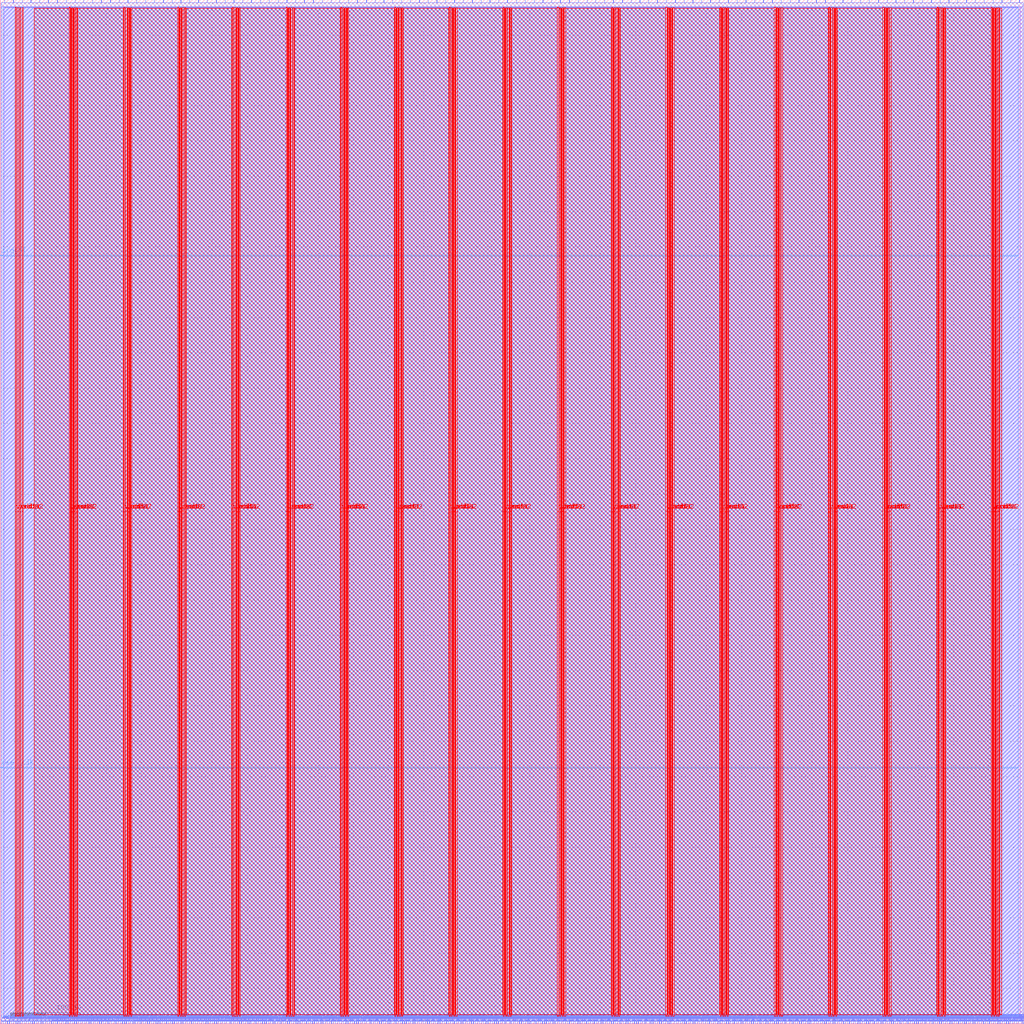
<source format=lef>
VERSION 5.7 ;
  NOWIREEXTENSIONATPIN ON ;
  DIVIDERCHAR "/" ;
  BUSBITCHARS "[]" ;
MACRO user_proj_example
  CLASS BLOCK ;
  FOREIGN user_proj_example ;
  ORIGIN 0.000 0.000 ;
  SIZE 1450.000 BY 1450.000 ;
  PIN io_in[0]
    DIRECTION INPUT ;
    USE SIGNAL ;
    PORT
      LAYER met2 ;
        RECT 6.070 1446.000 6.350 1450.000 ;
    END
  END io_in[0]
  PIN io_in[10]
    DIRECTION INPUT ;
    USE SIGNAL ;
    PORT
      LAYER met2 ;
        RECT 380.970 1446.000 381.250 1450.000 ;
    END
  END io_in[10]
  PIN io_in[11]
    DIRECTION INPUT ;
    USE SIGNAL ;
    PORT
      LAYER met2 ;
        RECT 418.230 1446.000 418.510 1450.000 ;
    END
  END io_in[11]
  PIN io_in[12]
    DIRECTION INPUT ;
    USE SIGNAL ;
    PORT
      LAYER met2 ;
        RECT 455.950 1446.000 456.230 1450.000 ;
    END
  END io_in[12]
  PIN io_in[13]
    DIRECTION INPUT ;
    USE SIGNAL ;
    PORT
      LAYER met2 ;
        RECT 493.210 1446.000 493.490 1450.000 ;
    END
  END io_in[13]
  PIN io_in[14]
    DIRECTION INPUT ;
    USE SIGNAL ;
    PORT
      LAYER met2 ;
        RECT 530.930 1446.000 531.210 1450.000 ;
    END
  END io_in[14]
  PIN io_in[15]
    DIRECTION INPUT ;
    USE SIGNAL ;
    PORT
      LAYER met2 ;
        RECT 568.190 1446.000 568.470 1450.000 ;
    END
  END io_in[15]
  PIN io_in[16]
    DIRECTION INPUT ;
    USE SIGNAL ;
    PORT
      LAYER met2 ;
        RECT 605.910 1446.000 606.190 1450.000 ;
    END
  END io_in[16]
  PIN io_in[17]
    DIRECTION INPUT ;
    USE SIGNAL ;
    PORT
      LAYER met2 ;
        RECT 643.170 1446.000 643.450 1450.000 ;
    END
  END io_in[17]
  PIN io_in[18]
    DIRECTION INPUT ;
    USE SIGNAL ;
    PORT
      LAYER met2 ;
        RECT 680.890 1446.000 681.170 1450.000 ;
    END
  END io_in[18]
  PIN io_in[19]
    DIRECTION INPUT ;
    USE SIGNAL ;
    PORT
      LAYER met2 ;
        RECT 718.150 1446.000 718.430 1450.000 ;
    END
  END io_in[19]
  PIN io_in[1]
    DIRECTION INPUT ;
    USE SIGNAL ;
    PORT
      LAYER met2 ;
        RECT 43.330 1446.000 43.610 1450.000 ;
    END
  END io_in[1]
  PIN io_in[20]
    DIRECTION INPUT ;
    USE SIGNAL ;
    PORT
      LAYER met2 ;
        RECT 755.870 1446.000 756.150 1450.000 ;
    END
  END io_in[20]
  PIN io_in[21]
    DIRECTION INPUT ;
    USE SIGNAL ;
    PORT
      LAYER met2 ;
        RECT 793.130 1446.000 793.410 1450.000 ;
    END
  END io_in[21]
  PIN io_in[22]
    DIRECTION INPUT ;
    USE SIGNAL ;
    PORT
      LAYER met2 ;
        RECT 830.850 1446.000 831.130 1450.000 ;
    END
  END io_in[22]
  PIN io_in[23]
    DIRECTION INPUT ;
    USE SIGNAL ;
    PORT
      LAYER met2 ;
        RECT 868.110 1446.000 868.390 1450.000 ;
    END
  END io_in[23]
  PIN io_in[24]
    DIRECTION INPUT ;
    USE SIGNAL ;
    PORT
      LAYER met2 ;
        RECT 905.830 1446.000 906.110 1450.000 ;
    END
  END io_in[24]
  PIN io_in[25]
    DIRECTION INPUT ;
    USE SIGNAL ;
    PORT
      LAYER met2 ;
        RECT 943.090 1446.000 943.370 1450.000 ;
    END
  END io_in[25]
  PIN io_in[26]
    DIRECTION INPUT ;
    USE SIGNAL ;
    PORT
      LAYER met2 ;
        RECT 980.810 1446.000 981.090 1450.000 ;
    END
  END io_in[26]
  PIN io_in[27]
    DIRECTION INPUT ;
    USE SIGNAL ;
    PORT
      LAYER met2 ;
        RECT 1018.070 1446.000 1018.350 1450.000 ;
    END
  END io_in[27]
  PIN io_in[28]
    DIRECTION INPUT ;
    USE SIGNAL ;
    PORT
      LAYER met2 ;
        RECT 1055.790 1446.000 1056.070 1450.000 ;
    END
  END io_in[28]
  PIN io_in[29]
    DIRECTION INPUT ;
    USE SIGNAL ;
    PORT
      LAYER met2 ;
        RECT 1093.510 1446.000 1093.790 1450.000 ;
    END
  END io_in[29]
  PIN io_in[2]
    DIRECTION INPUT ;
    USE SIGNAL ;
    PORT
      LAYER met2 ;
        RECT 81.050 1446.000 81.330 1450.000 ;
    END
  END io_in[2]
  PIN io_in[30]
    DIRECTION INPUT ;
    USE SIGNAL ;
    PORT
      LAYER met2 ;
        RECT 1130.770 1446.000 1131.050 1450.000 ;
    END
  END io_in[30]
  PIN io_in[31]
    DIRECTION INPUT ;
    USE SIGNAL ;
    PORT
      LAYER met2 ;
        RECT 1168.490 1446.000 1168.770 1450.000 ;
    END
  END io_in[31]
  PIN io_in[32]
    DIRECTION INPUT ;
    USE SIGNAL ;
    PORT
      LAYER met2 ;
        RECT 1205.750 1446.000 1206.030 1450.000 ;
    END
  END io_in[32]
  PIN io_in[33]
    DIRECTION INPUT ;
    USE SIGNAL ;
    PORT
      LAYER met2 ;
        RECT 1243.470 1446.000 1243.750 1450.000 ;
    END
  END io_in[33]
  PIN io_in[34]
    DIRECTION INPUT ;
    USE SIGNAL ;
    PORT
      LAYER met2 ;
        RECT 1280.730 1446.000 1281.010 1450.000 ;
    END
  END io_in[34]
  PIN io_in[35]
    DIRECTION INPUT ;
    USE SIGNAL ;
    PORT
      LAYER met2 ;
        RECT 1318.450 1446.000 1318.730 1450.000 ;
    END
  END io_in[35]
  PIN io_in[36]
    DIRECTION INPUT ;
    USE SIGNAL ;
    PORT
      LAYER met2 ;
        RECT 1355.710 1446.000 1355.990 1450.000 ;
    END
  END io_in[36]
  PIN io_in[37]
    DIRECTION INPUT ;
    USE SIGNAL ;
    PORT
      LAYER met2 ;
        RECT 1393.430 1446.000 1393.710 1450.000 ;
    END
  END io_in[37]
  PIN io_in[3]
    DIRECTION INPUT ;
    USE SIGNAL ;
    PORT
      LAYER met2 ;
        RECT 118.310 1446.000 118.590 1450.000 ;
    END
  END io_in[3]
  PIN io_in[4]
    DIRECTION INPUT ;
    USE SIGNAL ;
    PORT
      LAYER met2 ;
        RECT 156.030 1446.000 156.310 1450.000 ;
    END
  END io_in[4]
  PIN io_in[5]
    DIRECTION INPUT ;
    USE SIGNAL ;
    PORT
      LAYER met2 ;
        RECT 193.290 1446.000 193.570 1450.000 ;
    END
  END io_in[5]
  PIN io_in[6]
    DIRECTION INPUT ;
    USE SIGNAL ;
    PORT
      LAYER met2 ;
        RECT 231.010 1446.000 231.290 1450.000 ;
    END
  END io_in[6]
  PIN io_in[7]
    DIRECTION INPUT ;
    USE SIGNAL ;
    PORT
      LAYER met2 ;
        RECT 268.270 1446.000 268.550 1450.000 ;
    END
  END io_in[7]
  PIN io_in[8]
    DIRECTION INPUT ;
    USE SIGNAL ;
    PORT
      LAYER met2 ;
        RECT 305.990 1446.000 306.270 1450.000 ;
    END
  END io_in[8]
  PIN io_in[9]
    DIRECTION INPUT ;
    USE SIGNAL ;
    PORT
      LAYER met2 ;
        RECT 343.250 1446.000 343.530 1450.000 ;
    END
  END io_in[9]
  PIN io_oeb[0]
    DIRECTION OUTPUT TRISTATE ;
    USE SIGNAL ;
    PORT
      LAYER met2 ;
        RECT 18.490 1446.000 18.770 1450.000 ;
    END
  END io_oeb[0]
  PIN io_oeb[10]
    DIRECTION OUTPUT TRISTATE ;
    USE SIGNAL ;
    PORT
      LAYER met2 ;
        RECT 393.390 1446.000 393.670 1450.000 ;
    END
  END io_oeb[10]
  PIN io_oeb[11]
    DIRECTION OUTPUT TRISTATE ;
    USE SIGNAL ;
    PORT
      LAYER met2 ;
        RECT 430.650 1446.000 430.930 1450.000 ;
    END
  END io_oeb[11]
  PIN io_oeb[12]
    DIRECTION OUTPUT TRISTATE ;
    USE SIGNAL ;
    PORT
      LAYER met2 ;
        RECT 468.370 1446.000 468.650 1450.000 ;
    END
  END io_oeb[12]
  PIN io_oeb[13]
    DIRECTION OUTPUT TRISTATE ;
    USE SIGNAL ;
    PORT
      LAYER met2 ;
        RECT 505.630 1446.000 505.910 1450.000 ;
    END
  END io_oeb[13]
  PIN io_oeb[14]
    DIRECTION OUTPUT TRISTATE ;
    USE SIGNAL ;
    PORT
      LAYER met2 ;
        RECT 543.350 1446.000 543.630 1450.000 ;
    END
  END io_oeb[14]
  PIN io_oeb[15]
    DIRECTION OUTPUT TRISTATE ;
    USE SIGNAL ;
    PORT
      LAYER met2 ;
        RECT 580.610 1446.000 580.890 1450.000 ;
    END
  END io_oeb[15]
  PIN io_oeb[16]
    DIRECTION OUTPUT TRISTATE ;
    USE SIGNAL ;
    PORT
      LAYER met2 ;
        RECT 618.330 1446.000 618.610 1450.000 ;
    END
  END io_oeb[16]
  PIN io_oeb[17]
    DIRECTION OUTPUT TRISTATE ;
    USE SIGNAL ;
    PORT
      LAYER met2 ;
        RECT 655.590 1446.000 655.870 1450.000 ;
    END
  END io_oeb[17]
  PIN io_oeb[18]
    DIRECTION OUTPUT TRISTATE ;
    USE SIGNAL ;
    PORT
      LAYER met2 ;
        RECT 693.310 1446.000 693.590 1450.000 ;
    END
  END io_oeb[18]
  PIN io_oeb[19]
    DIRECTION OUTPUT TRISTATE ;
    USE SIGNAL ;
    PORT
      LAYER met2 ;
        RECT 731.030 1446.000 731.310 1450.000 ;
    END
  END io_oeb[19]
  PIN io_oeb[1]
    DIRECTION OUTPUT TRISTATE ;
    USE SIGNAL ;
    PORT
      LAYER met2 ;
        RECT 55.750 1446.000 56.030 1450.000 ;
    END
  END io_oeb[1]
  PIN io_oeb[20]
    DIRECTION OUTPUT TRISTATE ;
    USE SIGNAL ;
    PORT
      LAYER met2 ;
        RECT 768.290 1446.000 768.570 1450.000 ;
    END
  END io_oeb[20]
  PIN io_oeb[21]
    DIRECTION OUTPUT TRISTATE ;
    USE SIGNAL ;
    PORT
      LAYER met2 ;
        RECT 806.010 1446.000 806.290 1450.000 ;
    END
  END io_oeb[21]
  PIN io_oeb[22]
    DIRECTION OUTPUT TRISTATE ;
    USE SIGNAL ;
    PORT
      LAYER met2 ;
        RECT 843.270 1446.000 843.550 1450.000 ;
    END
  END io_oeb[22]
  PIN io_oeb[23]
    DIRECTION OUTPUT TRISTATE ;
    USE SIGNAL ;
    PORT
      LAYER met2 ;
        RECT 880.990 1446.000 881.270 1450.000 ;
    END
  END io_oeb[23]
  PIN io_oeb[24]
    DIRECTION OUTPUT TRISTATE ;
    USE SIGNAL ;
    PORT
      LAYER met2 ;
        RECT 918.250 1446.000 918.530 1450.000 ;
    END
  END io_oeb[24]
  PIN io_oeb[25]
    DIRECTION OUTPUT TRISTATE ;
    USE SIGNAL ;
    PORT
      LAYER met2 ;
        RECT 955.970 1446.000 956.250 1450.000 ;
    END
  END io_oeb[25]
  PIN io_oeb[26]
    DIRECTION OUTPUT TRISTATE ;
    USE SIGNAL ;
    PORT
      LAYER met2 ;
        RECT 993.230 1446.000 993.510 1450.000 ;
    END
  END io_oeb[26]
  PIN io_oeb[27]
    DIRECTION OUTPUT TRISTATE ;
    USE SIGNAL ;
    PORT
      LAYER met2 ;
        RECT 1030.950 1446.000 1031.230 1450.000 ;
    END
  END io_oeb[27]
  PIN io_oeb[28]
    DIRECTION OUTPUT TRISTATE ;
    USE SIGNAL ;
    PORT
      LAYER met2 ;
        RECT 1068.210 1446.000 1068.490 1450.000 ;
    END
  END io_oeb[28]
  PIN io_oeb[29]
    DIRECTION OUTPUT TRISTATE ;
    USE SIGNAL ;
    PORT
      LAYER met2 ;
        RECT 1105.930 1446.000 1106.210 1450.000 ;
    END
  END io_oeb[29]
  PIN io_oeb[2]
    DIRECTION OUTPUT TRISTATE ;
    USE SIGNAL ;
    PORT
      LAYER met2 ;
        RECT 93.470 1446.000 93.750 1450.000 ;
    END
  END io_oeb[2]
  PIN io_oeb[30]
    DIRECTION OUTPUT TRISTATE ;
    USE SIGNAL ;
    PORT
      LAYER met2 ;
        RECT 1143.190 1446.000 1143.470 1450.000 ;
    END
  END io_oeb[30]
  PIN io_oeb[31]
    DIRECTION OUTPUT TRISTATE ;
    USE SIGNAL ;
    PORT
      LAYER met2 ;
        RECT 1180.910 1446.000 1181.190 1450.000 ;
    END
  END io_oeb[31]
  PIN io_oeb[32]
    DIRECTION OUTPUT TRISTATE ;
    USE SIGNAL ;
    PORT
      LAYER met2 ;
        RECT 1218.170 1446.000 1218.450 1450.000 ;
    END
  END io_oeb[32]
  PIN io_oeb[33]
    DIRECTION OUTPUT TRISTATE ;
    USE SIGNAL ;
    PORT
      LAYER met2 ;
        RECT 1255.890 1446.000 1256.170 1450.000 ;
    END
  END io_oeb[33]
  PIN io_oeb[34]
    DIRECTION OUTPUT TRISTATE ;
    USE SIGNAL ;
    PORT
      LAYER met2 ;
        RECT 1293.150 1446.000 1293.430 1450.000 ;
    END
  END io_oeb[34]
  PIN io_oeb[35]
    DIRECTION OUTPUT TRISTATE ;
    USE SIGNAL ;
    PORT
      LAYER met2 ;
        RECT 1330.870 1446.000 1331.150 1450.000 ;
    END
  END io_oeb[35]
  PIN io_oeb[36]
    DIRECTION OUTPUT TRISTATE ;
    USE SIGNAL ;
    PORT
      LAYER met2 ;
        RECT 1368.130 1446.000 1368.410 1450.000 ;
    END
  END io_oeb[36]
  PIN io_oeb[37]
    DIRECTION OUTPUT TRISTATE ;
    USE SIGNAL ;
    PORT
      LAYER met2 ;
        RECT 1405.850 1446.000 1406.130 1450.000 ;
    END
  END io_oeb[37]
  PIN io_oeb[3]
    DIRECTION OUTPUT TRISTATE ;
    USE SIGNAL ;
    PORT
      LAYER met2 ;
        RECT 130.730 1446.000 131.010 1450.000 ;
    END
  END io_oeb[3]
  PIN io_oeb[4]
    DIRECTION OUTPUT TRISTATE ;
    USE SIGNAL ;
    PORT
      LAYER met2 ;
        RECT 168.450 1446.000 168.730 1450.000 ;
    END
  END io_oeb[4]
  PIN io_oeb[5]
    DIRECTION OUTPUT TRISTATE ;
    USE SIGNAL ;
    PORT
      LAYER met2 ;
        RECT 205.710 1446.000 205.990 1450.000 ;
    END
  END io_oeb[5]
  PIN io_oeb[6]
    DIRECTION OUTPUT TRISTATE ;
    USE SIGNAL ;
    PORT
      LAYER met2 ;
        RECT 243.430 1446.000 243.710 1450.000 ;
    END
  END io_oeb[6]
  PIN io_oeb[7]
    DIRECTION OUTPUT TRISTATE ;
    USE SIGNAL ;
    PORT
      LAYER met2 ;
        RECT 280.690 1446.000 280.970 1450.000 ;
    END
  END io_oeb[7]
  PIN io_oeb[8]
    DIRECTION OUTPUT TRISTATE ;
    USE SIGNAL ;
    PORT
      LAYER met2 ;
        RECT 318.410 1446.000 318.690 1450.000 ;
    END
  END io_oeb[8]
  PIN io_oeb[9]
    DIRECTION OUTPUT TRISTATE ;
    USE SIGNAL ;
    PORT
      LAYER met2 ;
        RECT 355.670 1446.000 355.950 1450.000 ;
    END
  END io_oeb[9]
  PIN io_out[0]
    DIRECTION OUTPUT TRISTATE ;
    USE SIGNAL ;
    PORT
      LAYER met2 ;
        RECT 30.910 1446.000 31.190 1450.000 ;
    END
  END io_out[0]
  PIN io_out[10]
    DIRECTION OUTPUT TRISTATE ;
    USE SIGNAL ;
    PORT
      LAYER met2 ;
        RECT 405.810 1446.000 406.090 1450.000 ;
    END
  END io_out[10]
  PIN io_out[11]
    DIRECTION OUTPUT TRISTATE ;
    USE SIGNAL ;
    PORT
      LAYER met2 ;
        RECT 443.530 1446.000 443.810 1450.000 ;
    END
  END io_out[11]
  PIN io_out[12]
    DIRECTION OUTPUT TRISTATE ;
    USE SIGNAL ;
    PORT
      LAYER met2 ;
        RECT 480.790 1446.000 481.070 1450.000 ;
    END
  END io_out[12]
  PIN io_out[13]
    DIRECTION OUTPUT TRISTATE ;
    USE SIGNAL ;
    PORT
      LAYER met2 ;
        RECT 518.510 1446.000 518.790 1450.000 ;
    END
  END io_out[13]
  PIN io_out[14]
    DIRECTION OUTPUT TRISTATE ;
    USE SIGNAL ;
    PORT
      LAYER met2 ;
        RECT 555.770 1446.000 556.050 1450.000 ;
    END
  END io_out[14]
  PIN io_out[15]
    DIRECTION OUTPUT TRISTATE ;
    USE SIGNAL ;
    PORT
      LAYER met2 ;
        RECT 593.490 1446.000 593.770 1450.000 ;
    END
  END io_out[15]
  PIN io_out[16]
    DIRECTION OUTPUT TRISTATE ;
    USE SIGNAL ;
    PORT
      LAYER met2 ;
        RECT 630.750 1446.000 631.030 1450.000 ;
    END
  END io_out[16]
  PIN io_out[17]
    DIRECTION OUTPUT TRISTATE ;
    USE SIGNAL ;
    PORT
      LAYER met2 ;
        RECT 668.470 1446.000 668.750 1450.000 ;
    END
  END io_out[17]
  PIN io_out[18]
    DIRECTION OUTPUT TRISTATE ;
    USE SIGNAL ;
    PORT
      LAYER met2 ;
        RECT 705.730 1446.000 706.010 1450.000 ;
    END
  END io_out[18]
  PIN io_out[19]
    DIRECTION OUTPUT TRISTATE ;
    USE SIGNAL ;
    PORT
      LAYER met2 ;
        RECT 743.450 1446.000 743.730 1450.000 ;
    END
  END io_out[19]
  PIN io_out[1]
    DIRECTION OUTPUT TRISTATE ;
    USE SIGNAL ;
    PORT
      LAYER met2 ;
        RECT 68.170 1446.000 68.450 1450.000 ;
    END
  END io_out[1]
  PIN io_out[20]
    DIRECTION OUTPUT TRISTATE ;
    USE SIGNAL ;
    PORT
      LAYER met2 ;
        RECT 780.710 1446.000 780.990 1450.000 ;
    END
  END io_out[20]
  PIN io_out[21]
    DIRECTION OUTPUT TRISTATE ;
    USE SIGNAL ;
    PORT
      LAYER met2 ;
        RECT 818.430 1446.000 818.710 1450.000 ;
    END
  END io_out[21]
  PIN io_out[22]
    DIRECTION OUTPUT TRISTATE ;
    USE SIGNAL ;
    PORT
      LAYER met2 ;
        RECT 855.690 1446.000 855.970 1450.000 ;
    END
  END io_out[22]
  PIN io_out[23]
    DIRECTION OUTPUT TRISTATE ;
    USE SIGNAL ;
    PORT
      LAYER met2 ;
        RECT 893.410 1446.000 893.690 1450.000 ;
    END
  END io_out[23]
  PIN io_out[24]
    DIRECTION OUTPUT TRISTATE ;
    USE SIGNAL ;
    PORT
      LAYER met2 ;
        RECT 930.670 1446.000 930.950 1450.000 ;
    END
  END io_out[24]
  PIN io_out[25]
    DIRECTION OUTPUT TRISTATE ;
    USE SIGNAL ;
    PORT
      LAYER met2 ;
        RECT 968.390 1446.000 968.670 1450.000 ;
    END
  END io_out[25]
  PIN io_out[26]
    DIRECTION OUTPUT TRISTATE ;
    USE SIGNAL ;
    PORT
      LAYER met2 ;
        RECT 1005.650 1446.000 1005.930 1450.000 ;
    END
  END io_out[26]
  PIN io_out[27]
    DIRECTION OUTPUT TRISTATE ;
    USE SIGNAL ;
    PORT
      LAYER met2 ;
        RECT 1043.370 1446.000 1043.650 1450.000 ;
    END
  END io_out[27]
  PIN io_out[28]
    DIRECTION OUTPUT TRISTATE ;
    USE SIGNAL ;
    PORT
      LAYER met2 ;
        RECT 1080.630 1446.000 1080.910 1450.000 ;
    END
  END io_out[28]
  PIN io_out[29]
    DIRECTION OUTPUT TRISTATE ;
    USE SIGNAL ;
    PORT
      LAYER met2 ;
        RECT 1118.350 1446.000 1118.630 1450.000 ;
    END
  END io_out[29]
  PIN io_out[2]
    DIRECTION OUTPUT TRISTATE ;
    USE SIGNAL ;
    PORT
      LAYER met2 ;
        RECT 105.890 1446.000 106.170 1450.000 ;
    END
  END io_out[2]
  PIN io_out[30]
    DIRECTION OUTPUT TRISTATE ;
    USE SIGNAL ;
    PORT
      LAYER met2 ;
        RECT 1155.610 1446.000 1155.890 1450.000 ;
    END
  END io_out[30]
  PIN io_out[31]
    DIRECTION OUTPUT TRISTATE ;
    USE SIGNAL ;
    PORT
      LAYER met2 ;
        RECT 1193.330 1446.000 1193.610 1450.000 ;
    END
  END io_out[31]
  PIN io_out[32]
    DIRECTION OUTPUT TRISTATE ;
    USE SIGNAL ;
    PORT
      LAYER met2 ;
        RECT 1230.590 1446.000 1230.870 1450.000 ;
    END
  END io_out[32]
  PIN io_out[33]
    DIRECTION OUTPUT TRISTATE ;
    USE SIGNAL ;
    PORT
      LAYER met2 ;
        RECT 1268.310 1446.000 1268.590 1450.000 ;
    END
  END io_out[33]
  PIN io_out[34]
    DIRECTION OUTPUT TRISTATE ;
    USE SIGNAL ;
    PORT
      LAYER met2 ;
        RECT 1305.570 1446.000 1305.850 1450.000 ;
    END
  END io_out[34]
  PIN io_out[35]
    DIRECTION OUTPUT TRISTATE ;
    USE SIGNAL ;
    PORT
      LAYER met2 ;
        RECT 1343.290 1446.000 1343.570 1450.000 ;
    END
  END io_out[35]
  PIN io_out[36]
    DIRECTION OUTPUT TRISTATE ;
    USE SIGNAL ;
    PORT
      LAYER met2 ;
        RECT 1380.550 1446.000 1380.830 1450.000 ;
    END
  END io_out[36]
  PIN io_out[37]
    DIRECTION OUTPUT TRISTATE ;
    USE SIGNAL ;
    PORT
      LAYER met2 ;
        RECT 1418.270 1446.000 1418.550 1450.000 ;
    END
  END io_out[37]
  PIN io_out[3]
    DIRECTION OUTPUT TRISTATE ;
    USE SIGNAL ;
    PORT
      LAYER met2 ;
        RECT 143.150 1446.000 143.430 1450.000 ;
    END
  END io_out[3]
  PIN io_out[4]
    DIRECTION OUTPUT TRISTATE ;
    USE SIGNAL ;
    PORT
      LAYER met2 ;
        RECT 180.870 1446.000 181.150 1450.000 ;
    END
  END io_out[4]
  PIN io_out[5]
    DIRECTION OUTPUT TRISTATE ;
    USE SIGNAL ;
    PORT
      LAYER met2 ;
        RECT 218.130 1446.000 218.410 1450.000 ;
    END
  END io_out[5]
  PIN io_out[6]
    DIRECTION OUTPUT TRISTATE ;
    USE SIGNAL ;
    PORT
      LAYER met2 ;
        RECT 255.850 1446.000 256.130 1450.000 ;
    END
  END io_out[6]
  PIN io_out[7]
    DIRECTION OUTPUT TRISTATE ;
    USE SIGNAL ;
    PORT
      LAYER met2 ;
        RECT 293.110 1446.000 293.390 1450.000 ;
    END
  END io_out[7]
  PIN io_out[8]
    DIRECTION OUTPUT TRISTATE ;
    USE SIGNAL ;
    PORT
      LAYER met2 ;
        RECT 330.830 1446.000 331.110 1450.000 ;
    END
  END io_out[8]
  PIN io_out[9]
    DIRECTION OUTPUT TRISTATE ;
    USE SIGNAL ;
    PORT
      LAYER met2 ;
        RECT 368.550 1446.000 368.830 1450.000 ;
    END
  END io_out[9]
  PIN irq[0]
    DIRECTION OUTPUT TRISTATE ;
    USE SIGNAL ;
    PORT
      LAYER met3 ;
        RECT 0.000 1087.360 4.000 1087.960 ;
    END
  END irq[0]
  PIN irq[1]
    DIRECTION OUTPUT TRISTATE ;
    USE SIGNAL ;
    PORT
      LAYER met2 ;
        RECT 1430.690 1446.000 1430.970 1450.000 ;
    END
  END irq[1]
  PIN irq[2]
    DIRECTION OUTPUT TRISTATE ;
    USE SIGNAL ;
    PORT
      LAYER met2 ;
        RECT 1443.110 1446.000 1443.390 1450.000 ;
    END
  END irq[2]
  PIN la_data_in[0]
    DIRECTION INPUT ;
    USE SIGNAL ;
    PORT
      LAYER met2 ;
        RECT 314.730 0.000 315.010 4.000 ;
    END
  END la_data_in[0]
  PIN la_data_in[100]
    DIRECTION INPUT ;
    USE SIGNAL ;
    PORT
      LAYER met2 ;
        RECT 1202.530 0.000 1202.810 4.000 ;
    END
  END la_data_in[100]
  PIN la_data_in[101]
    DIRECTION INPUT ;
    USE SIGNAL ;
    PORT
      LAYER met2 ;
        RECT 1211.270 0.000 1211.550 4.000 ;
    END
  END la_data_in[101]
  PIN la_data_in[102]
    DIRECTION INPUT ;
    USE SIGNAL ;
    PORT
      LAYER met2 ;
        RECT 1220.470 0.000 1220.750 4.000 ;
    END
  END la_data_in[102]
  PIN la_data_in[103]
    DIRECTION INPUT ;
    USE SIGNAL ;
    PORT
      LAYER met2 ;
        RECT 1229.210 0.000 1229.490 4.000 ;
    END
  END la_data_in[103]
  PIN la_data_in[104]
    DIRECTION INPUT ;
    USE SIGNAL ;
    PORT
      LAYER met2 ;
        RECT 1237.950 0.000 1238.230 4.000 ;
    END
  END la_data_in[104]
  PIN la_data_in[105]
    DIRECTION INPUT ;
    USE SIGNAL ;
    PORT
      LAYER met2 ;
        RECT 1247.150 0.000 1247.430 4.000 ;
    END
  END la_data_in[105]
  PIN la_data_in[106]
    DIRECTION INPUT ;
    USE SIGNAL ;
    PORT
      LAYER met2 ;
        RECT 1255.890 0.000 1256.170 4.000 ;
    END
  END la_data_in[106]
  PIN la_data_in[107]
    DIRECTION INPUT ;
    USE SIGNAL ;
    PORT
      LAYER met2 ;
        RECT 1264.630 0.000 1264.910 4.000 ;
    END
  END la_data_in[107]
  PIN la_data_in[108]
    DIRECTION INPUT ;
    USE SIGNAL ;
    PORT
      LAYER met2 ;
        RECT 1273.830 0.000 1274.110 4.000 ;
    END
  END la_data_in[108]
  PIN la_data_in[109]
    DIRECTION INPUT ;
    USE SIGNAL ;
    PORT
      LAYER met2 ;
        RECT 1282.570 0.000 1282.850 4.000 ;
    END
  END la_data_in[109]
  PIN la_data_in[10]
    DIRECTION INPUT ;
    USE SIGNAL ;
    PORT
      LAYER met2 ;
        RECT 403.510 0.000 403.790 4.000 ;
    END
  END la_data_in[10]
  PIN la_data_in[110]
    DIRECTION INPUT ;
    USE SIGNAL ;
    PORT
      LAYER met2 ;
        RECT 1291.310 0.000 1291.590 4.000 ;
    END
  END la_data_in[110]
  PIN la_data_in[111]
    DIRECTION INPUT ;
    USE SIGNAL ;
    PORT
      LAYER met2 ;
        RECT 1300.050 0.000 1300.330 4.000 ;
    END
  END la_data_in[111]
  PIN la_data_in[112]
    DIRECTION INPUT ;
    USE SIGNAL ;
    PORT
      LAYER met2 ;
        RECT 1309.250 0.000 1309.530 4.000 ;
    END
  END la_data_in[112]
  PIN la_data_in[113]
    DIRECTION INPUT ;
    USE SIGNAL ;
    PORT
      LAYER met2 ;
        RECT 1317.990 0.000 1318.270 4.000 ;
    END
  END la_data_in[113]
  PIN la_data_in[114]
    DIRECTION INPUT ;
    USE SIGNAL ;
    PORT
      LAYER met2 ;
        RECT 1326.730 0.000 1327.010 4.000 ;
    END
  END la_data_in[114]
  PIN la_data_in[115]
    DIRECTION INPUT ;
    USE SIGNAL ;
    PORT
      LAYER met2 ;
        RECT 1335.930 0.000 1336.210 4.000 ;
    END
  END la_data_in[115]
  PIN la_data_in[116]
    DIRECTION INPUT ;
    USE SIGNAL ;
    PORT
      LAYER met2 ;
        RECT 1344.670 0.000 1344.950 4.000 ;
    END
  END la_data_in[116]
  PIN la_data_in[117]
    DIRECTION INPUT ;
    USE SIGNAL ;
    PORT
      LAYER met2 ;
        RECT 1353.410 0.000 1353.690 4.000 ;
    END
  END la_data_in[117]
  PIN la_data_in[118]
    DIRECTION INPUT ;
    USE SIGNAL ;
    PORT
      LAYER met2 ;
        RECT 1362.610 0.000 1362.890 4.000 ;
    END
  END la_data_in[118]
  PIN la_data_in[119]
    DIRECTION INPUT ;
    USE SIGNAL ;
    PORT
      LAYER met2 ;
        RECT 1371.350 0.000 1371.630 4.000 ;
    END
  END la_data_in[119]
  PIN la_data_in[11]
    DIRECTION INPUT ;
    USE SIGNAL ;
    PORT
      LAYER met2 ;
        RECT 412.710 0.000 412.990 4.000 ;
    END
  END la_data_in[11]
  PIN la_data_in[120]
    DIRECTION INPUT ;
    USE SIGNAL ;
    PORT
      LAYER met2 ;
        RECT 1380.090 0.000 1380.370 4.000 ;
    END
  END la_data_in[120]
  PIN la_data_in[121]
    DIRECTION INPUT ;
    USE SIGNAL ;
    PORT
      LAYER met2 ;
        RECT 1388.830 0.000 1389.110 4.000 ;
    END
  END la_data_in[121]
  PIN la_data_in[122]
    DIRECTION INPUT ;
    USE SIGNAL ;
    PORT
      LAYER met2 ;
        RECT 1398.030 0.000 1398.310 4.000 ;
    END
  END la_data_in[122]
  PIN la_data_in[123]
    DIRECTION INPUT ;
    USE SIGNAL ;
    PORT
      LAYER met2 ;
        RECT 1406.770 0.000 1407.050 4.000 ;
    END
  END la_data_in[123]
  PIN la_data_in[124]
    DIRECTION INPUT ;
    USE SIGNAL ;
    PORT
      LAYER met2 ;
        RECT 1415.510 0.000 1415.790 4.000 ;
    END
  END la_data_in[124]
  PIN la_data_in[125]
    DIRECTION INPUT ;
    USE SIGNAL ;
    PORT
      LAYER met2 ;
        RECT 1424.710 0.000 1424.990 4.000 ;
    END
  END la_data_in[125]
  PIN la_data_in[126]
    DIRECTION INPUT ;
    USE SIGNAL ;
    PORT
      LAYER met2 ;
        RECT 1433.450 0.000 1433.730 4.000 ;
    END
  END la_data_in[126]
  PIN la_data_in[127]
    DIRECTION INPUT ;
    USE SIGNAL ;
    PORT
      LAYER met2 ;
        RECT 1442.190 0.000 1442.470 4.000 ;
    END
  END la_data_in[127]
  PIN la_data_in[12]
    DIRECTION INPUT ;
    USE SIGNAL ;
    PORT
      LAYER met2 ;
        RECT 421.450 0.000 421.730 4.000 ;
    END
  END la_data_in[12]
  PIN la_data_in[13]
    DIRECTION INPUT ;
    USE SIGNAL ;
    PORT
      LAYER met2 ;
        RECT 430.190 0.000 430.470 4.000 ;
    END
  END la_data_in[13]
  PIN la_data_in[14]
    DIRECTION INPUT ;
    USE SIGNAL ;
    PORT
      LAYER met2 ;
        RECT 439.390 0.000 439.670 4.000 ;
    END
  END la_data_in[14]
  PIN la_data_in[15]
    DIRECTION INPUT ;
    USE SIGNAL ;
    PORT
      LAYER met2 ;
        RECT 448.130 0.000 448.410 4.000 ;
    END
  END la_data_in[15]
  PIN la_data_in[16]
    DIRECTION INPUT ;
    USE SIGNAL ;
    PORT
      LAYER met2 ;
        RECT 456.870 0.000 457.150 4.000 ;
    END
  END la_data_in[16]
  PIN la_data_in[17]
    DIRECTION INPUT ;
    USE SIGNAL ;
    PORT
      LAYER met2 ;
        RECT 465.610 0.000 465.890 4.000 ;
    END
  END la_data_in[17]
  PIN la_data_in[18]
    DIRECTION INPUT ;
    USE SIGNAL ;
    PORT
      LAYER met2 ;
        RECT 474.810 0.000 475.090 4.000 ;
    END
  END la_data_in[18]
  PIN la_data_in[19]
    DIRECTION INPUT ;
    USE SIGNAL ;
    PORT
      LAYER met2 ;
        RECT 483.550 0.000 483.830 4.000 ;
    END
  END la_data_in[19]
  PIN la_data_in[1]
    DIRECTION INPUT ;
    USE SIGNAL ;
    PORT
      LAYER met2 ;
        RECT 323.930 0.000 324.210 4.000 ;
    END
  END la_data_in[1]
  PIN la_data_in[20]
    DIRECTION INPUT ;
    USE SIGNAL ;
    PORT
      LAYER met2 ;
        RECT 492.290 0.000 492.570 4.000 ;
    END
  END la_data_in[20]
  PIN la_data_in[21]
    DIRECTION INPUT ;
    USE SIGNAL ;
    PORT
      LAYER met2 ;
        RECT 501.490 0.000 501.770 4.000 ;
    END
  END la_data_in[21]
  PIN la_data_in[22]
    DIRECTION INPUT ;
    USE SIGNAL ;
    PORT
      LAYER met2 ;
        RECT 510.230 0.000 510.510 4.000 ;
    END
  END la_data_in[22]
  PIN la_data_in[23]
    DIRECTION INPUT ;
    USE SIGNAL ;
    PORT
      LAYER met2 ;
        RECT 518.970 0.000 519.250 4.000 ;
    END
  END la_data_in[23]
  PIN la_data_in[24]
    DIRECTION INPUT ;
    USE SIGNAL ;
    PORT
      LAYER met2 ;
        RECT 528.170 0.000 528.450 4.000 ;
    END
  END la_data_in[24]
  PIN la_data_in[25]
    DIRECTION INPUT ;
    USE SIGNAL ;
    PORT
      LAYER met2 ;
        RECT 536.910 0.000 537.190 4.000 ;
    END
  END la_data_in[25]
  PIN la_data_in[26]
    DIRECTION INPUT ;
    USE SIGNAL ;
    PORT
      LAYER met2 ;
        RECT 545.650 0.000 545.930 4.000 ;
    END
  END la_data_in[26]
  PIN la_data_in[27]
    DIRECTION INPUT ;
    USE SIGNAL ;
    PORT
      LAYER met2 ;
        RECT 554.390 0.000 554.670 4.000 ;
    END
  END la_data_in[27]
  PIN la_data_in[28]
    DIRECTION INPUT ;
    USE SIGNAL ;
    PORT
      LAYER met2 ;
        RECT 563.590 0.000 563.870 4.000 ;
    END
  END la_data_in[28]
  PIN la_data_in[29]
    DIRECTION INPUT ;
    USE SIGNAL ;
    PORT
      LAYER met2 ;
        RECT 572.330 0.000 572.610 4.000 ;
    END
  END la_data_in[29]
  PIN la_data_in[2]
    DIRECTION INPUT ;
    USE SIGNAL ;
    PORT
      LAYER met2 ;
        RECT 332.670 0.000 332.950 4.000 ;
    END
  END la_data_in[2]
  PIN la_data_in[30]
    DIRECTION INPUT ;
    USE SIGNAL ;
    PORT
      LAYER met2 ;
        RECT 581.070 0.000 581.350 4.000 ;
    END
  END la_data_in[30]
  PIN la_data_in[31]
    DIRECTION INPUT ;
    USE SIGNAL ;
    PORT
      LAYER met2 ;
        RECT 590.270 0.000 590.550 4.000 ;
    END
  END la_data_in[31]
  PIN la_data_in[32]
    DIRECTION INPUT ;
    USE SIGNAL ;
    PORT
      LAYER met2 ;
        RECT 599.010 0.000 599.290 4.000 ;
    END
  END la_data_in[32]
  PIN la_data_in[33]
    DIRECTION INPUT ;
    USE SIGNAL ;
    PORT
      LAYER met2 ;
        RECT 607.750 0.000 608.030 4.000 ;
    END
  END la_data_in[33]
  PIN la_data_in[34]
    DIRECTION INPUT ;
    USE SIGNAL ;
    PORT
      LAYER met2 ;
        RECT 616.490 0.000 616.770 4.000 ;
    END
  END la_data_in[34]
  PIN la_data_in[35]
    DIRECTION INPUT ;
    USE SIGNAL ;
    PORT
      LAYER met2 ;
        RECT 625.690 0.000 625.970 4.000 ;
    END
  END la_data_in[35]
  PIN la_data_in[36]
    DIRECTION INPUT ;
    USE SIGNAL ;
    PORT
      LAYER met2 ;
        RECT 634.430 0.000 634.710 4.000 ;
    END
  END la_data_in[36]
  PIN la_data_in[37]
    DIRECTION INPUT ;
    USE SIGNAL ;
    PORT
      LAYER met2 ;
        RECT 643.170 0.000 643.450 4.000 ;
    END
  END la_data_in[37]
  PIN la_data_in[38]
    DIRECTION INPUT ;
    USE SIGNAL ;
    PORT
      LAYER met2 ;
        RECT 652.370 0.000 652.650 4.000 ;
    END
  END la_data_in[38]
  PIN la_data_in[39]
    DIRECTION INPUT ;
    USE SIGNAL ;
    PORT
      LAYER met2 ;
        RECT 661.110 0.000 661.390 4.000 ;
    END
  END la_data_in[39]
  PIN la_data_in[3]
    DIRECTION INPUT ;
    USE SIGNAL ;
    PORT
      LAYER met2 ;
        RECT 341.410 0.000 341.690 4.000 ;
    END
  END la_data_in[3]
  PIN la_data_in[40]
    DIRECTION INPUT ;
    USE SIGNAL ;
    PORT
      LAYER met2 ;
        RECT 669.850 0.000 670.130 4.000 ;
    END
  END la_data_in[40]
  PIN la_data_in[41]
    DIRECTION INPUT ;
    USE SIGNAL ;
    PORT
      LAYER met2 ;
        RECT 679.050 0.000 679.330 4.000 ;
    END
  END la_data_in[41]
  PIN la_data_in[42]
    DIRECTION INPUT ;
    USE SIGNAL ;
    PORT
      LAYER met2 ;
        RECT 687.790 0.000 688.070 4.000 ;
    END
  END la_data_in[42]
  PIN la_data_in[43]
    DIRECTION INPUT ;
    USE SIGNAL ;
    PORT
      LAYER met2 ;
        RECT 696.530 0.000 696.810 4.000 ;
    END
  END la_data_in[43]
  PIN la_data_in[44]
    DIRECTION INPUT ;
    USE SIGNAL ;
    PORT
      LAYER met2 ;
        RECT 705.270 0.000 705.550 4.000 ;
    END
  END la_data_in[44]
  PIN la_data_in[45]
    DIRECTION INPUT ;
    USE SIGNAL ;
    PORT
      LAYER met2 ;
        RECT 714.470 0.000 714.750 4.000 ;
    END
  END la_data_in[45]
  PIN la_data_in[46]
    DIRECTION INPUT ;
    USE SIGNAL ;
    PORT
      LAYER met2 ;
        RECT 723.210 0.000 723.490 4.000 ;
    END
  END la_data_in[46]
  PIN la_data_in[47]
    DIRECTION INPUT ;
    USE SIGNAL ;
    PORT
      LAYER met2 ;
        RECT 731.950 0.000 732.230 4.000 ;
    END
  END la_data_in[47]
  PIN la_data_in[48]
    DIRECTION INPUT ;
    USE SIGNAL ;
    PORT
      LAYER met2 ;
        RECT 741.150 0.000 741.430 4.000 ;
    END
  END la_data_in[48]
  PIN la_data_in[49]
    DIRECTION INPUT ;
    USE SIGNAL ;
    PORT
      LAYER met2 ;
        RECT 749.890 0.000 750.170 4.000 ;
    END
  END la_data_in[49]
  PIN la_data_in[4]
    DIRECTION INPUT ;
    USE SIGNAL ;
    PORT
      LAYER met2 ;
        RECT 350.610 0.000 350.890 4.000 ;
    END
  END la_data_in[4]
  PIN la_data_in[50]
    DIRECTION INPUT ;
    USE SIGNAL ;
    PORT
      LAYER met2 ;
        RECT 758.630 0.000 758.910 4.000 ;
    END
  END la_data_in[50]
  PIN la_data_in[51]
    DIRECTION INPUT ;
    USE SIGNAL ;
    PORT
      LAYER met2 ;
        RECT 767.830 0.000 768.110 4.000 ;
    END
  END la_data_in[51]
  PIN la_data_in[52]
    DIRECTION INPUT ;
    USE SIGNAL ;
    PORT
      LAYER met2 ;
        RECT 776.570 0.000 776.850 4.000 ;
    END
  END la_data_in[52]
  PIN la_data_in[53]
    DIRECTION INPUT ;
    USE SIGNAL ;
    PORT
      LAYER met2 ;
        RECT 785.310 0.000 785.590 4.000 ;
    END
  END la_data_in[53]
  PIN la_data_in[54]
    DIRECTION INPUT ;
    USE SIGNAL ;
    PORT
      LAYER met2 ;
        RECT 794.050 0.000 794.330 4.000 ;
    END
  END la_data_in[54]
  PIN la_data_in[55]
    DIRECTION INPUT ;
    USE SIGNAL ;
    PORT
      LAYER met2 ;
        RECT 803.250 0.000 803.530 4.000 ;
    END
  END la_data_in[55]
  PIN la_data_in[56]
    DIRECTION INPUT ;
    USE SIGNAL ;
    PORT
      LAYER met2 ;
        RECT 811.990 0.000 812.270 4.000 ;
    END
  END la_data_in[56]
  PIN la_data_in[57]
    DIRECTION INPUT ;
    USE SIGNAL ;
    PORT
      LAYER met2 ;
        RECT 820.730 0.000 821.010 4.000 ;
    END
  END la_data_in[57]
  PIN la_data_in[58]
    DIRECTION INPUT ;
    USE SIGNAL ;
    PORT
      LAYER met2 ;
        RECT 829.930 0.000 830.210 4.000 ;
    END
  END la_data_in[58]
  PIN la_data_in[59]
    DIRECTION INPUT ;
    USE SIGNAL ;
    PORT
      LAYER met2 ;
        RECT 838.670 0.000 838.950 4.000 ;
    END
  END la_data_in[59]
  PIN la_data_in[5]
    DIRECTION INPUT ;
    USE SIGNAL ;
    PORT
      LAYER met2 ;
        RECT 359.350 0.000 359.630 4.000 ;
    END
  END la_data_in[5]
  PIN la_data_in[60]
    DIRECTION INPUT ;
    USE SIGNAL ;
    PORT
      LAYER met2 ;
        RECT 847.410 0.000 847.690 4.000 ;
    END
  END la_data_in[60]
  PIN la_data_in[61]
    DIRECTION INPUT ;
    USE SIGNAL ;
    PORT
      LAYER met2 ;
        RECT 856.610 0.000 856.890 4.000 ;
    END
  END la_data_in[61]
  PIN la_data_in[62]
    DIRECTION INPUT ;
    USE SIGNAL ;
    PORT
      LAYER met2 ;
        RECT 865.350 0.000 865.630 4.000 ;
    END
  END la_data_in[62]
  PIN la_data_in[63]
    DIRECTION INPUT ;
    USE SIGNAL ;
    PORT
      LAYER met2 ;
        RECT 874.090 0.000 874.370 4.000 ;
    END
  END la_data_in[63]
  PIN la_data_in[64]
    DIRECTION INPUT ;
    USE SIGNAL ;
    PORT
      LAYER met2 ;
        RECT 882.830 0.000 883.110 4.000 ;
    END
  END la_data_in[64]
  PIN la_data_in[65]
    DIRECTION INPUT ;
    USE SIGNAL ;
    PORT
      LAYER met2 ;
        RECT 892.030 0.000 892.310 4.000 ;
    END
  END la_data_in[65]
  PIN la_data_in[66]
    DIRECTION INPUT ;
    USE SIGNAL ;
    PORT
      LAYER met2 ;
        RECT 900.770 0.000 901.050 4.000 ;
    END
  END la_data_in[66]
  PIN la_data_in[67]
    DIRECTION INPUT ;
    USE SIGNAL ;
    PORT
      LAYER met2 ;
        RECT 909.510 0.000 909.790 4.000 ;
    END
  END la_data_in[67]
  PIN la_data_in[68]
    DIRECTION INPUT ;
    USE SIGNAL ;
    PORT
      LAYER met2 ;
        RECT 918.710 0.000 918.990 4.000 ;
    END
  END la_data_in[68]
  PIN la_data_in[69]
    DIRECTION INPUT ;
    USE SIGNAL ;
    PORT
      LAYER met2 ;
        RECT 927.450 0.000 927.730 4.000 ;
    END
  END la_data_in[69]
  PIN la_data_in[6]
    DIRECTION INPUT ;
    USE SIGNAL ;
    PORT
      LAYER met2 ;
        RECT 368.090 0.000 368.370 4.000 ;
    END
  END la_data_in[6]
  PIN la_data_in[70]
    DIRECTION INPUT ;
    USE SIGNAL ;
    PORT
      LAYER met2 ;
        RECT 936.190 0.000 936.470 4.000 ;
    END
  END la_data_in[70]
  PIN la_data_in[71]
    DIRECTION INPUT ;
    USE SIGNAL ;
    PORT
      LAYER met2 ;
        RECT 945.390 0.000 945.670 4.000 ;
    END
  END la_data_in[71]
  PIN la_data_in[72]
    DIRECTION INPUT ;
    USE SIGNAL ;
    PORT
      LAYER met2 ;
        RECT 954.130 0.000 954.410 4.000 ;
    END
  END la_data_in[72]
  PIN la_data_in[73]
    DIRECTION INPUT ;
    USE SIGNAL ;
    PORT
      LAYER met2 ;
        RECT 962.870 0.000 963.150 4.000 ;
    END
  END la_data_in[73]
  PIN la_data_in[74]
    DIRECTION INPUT ;
    USE SIGNAL ;
    PORT
      LAYER met2 ;
        RECT 971.610 0.000 971.890 4.000 ;
    END
  END la_data_in[74]
  PIN la_data_in[75]
    DIRECTION INPUT ;
    USE SIGNAL ;
    PORT
      LAYER met2 ;
        RECT 980.810 0.000 981.090 4.000 ;
    END
  END la_data_in[75]
  PIN la_data_in[76]
    DIRECTION INPUT ;
    USE SIGNAL ;
    PORT
      LAYER met2 ;
        RECT 989.550 0.000 989.830 4.000 ;
    END
  END la_data_in[76]
  PIN la_data_in[77]
    DIRECTION INPUT ;
    USE SIGNAL ;
    PORT
      LAYER met2 ;
        RECT 998.290 0.000 998.570 4.000 ;
    END
  END la_data_in[77]
  PIN la_data_in[78]
    DIRECTION INPUT ;
    USE SIGNAL ;
    PORT
      LAYER met2 ;
        RECT 1007.490 0.000 1007.770 4.000 ;
    END
  END la_data_in[78]
  PIN la_data_in[79]
    DIRECTION INPUT ;
    USE SIGNAL ;
    PORT
      LAYER met2 ;
        RECT 1016.230 0.000 1016.510 4.000 ;
    END
  END la_data_in[79]
  PIN la_data_in[7]
    DIRECTION INPUT ;
    USE SIGNAL ;
    PORT
      LAYER met2 ;
        RECT 376.830 0.000 377.110 4.000 ;
    END
  END la_data_in[7]
  PIN la_data_in[80]
    DIRECTION INPUT ;
    USE SIGNAL ;
    PORT
      LAYER met2 ;
        RECT 1024.970 0.000 1025.250 4.000 ;
    END
  END la_data_in[80]
  PIN la_data_in[81]
    DIRECTION INPUT ;
    USE SIGNAL ;
    PORT
      LAYER met2 ;
        RECT 1033.710 0.000 1033.990 4.000 ;
    END
  END la_data_in[81]
  PIN la_data_in[82]
    DIRECTION INPUT ;
    USE SIGNAL ;
    PORT
      LAYER met2 ;
        RECT 1042.910 0.000 1043.190 4.000 ;
    END
  END la_data_in[82]
  PIN la_data_in[83]
    DIRECTION INPUT ;
    USE SIGNAL ;
    PORT
      LAYER met2 ;
        RECT 1051.650 0.000 1051.930 4.000 ;
    END
  END la_data_in[83]
  PIN la_data_in[84]
    DIRECTION INPUT ;
    USE SIGNAL ;
    PORT
      LAYER met2 ;
        RECT 1060.390 0.000 1060.670 4.000 ;
    END
  END la_data_in[84]
  PIN la_data_in[85]
    DIRECTION INPUT ;
    USE SIGNAL ;
    PORT
      LAYER met2 ;
        RECT 1069.590 0.000 1069.870 4.000 ;
    END
  END la_data_in[85]
  PIN la_data_in[86]
    DIRECTION INPUT ;
    USE SIGNAL ;
    PORT
      LAYER met2 ;
        RECT 1078.330 0.000 1078.610 4.000 ;
    END
  END la_data_in[86]
  PIN la_data_in[87]
    DIRECTION INPUT ;
    USE SIGNAL ;
    PORT
      LAYER met2 ;
        RECT 1087.070 0.000 1087.350 4.000 ;
    END
  END la_data_in[87]
  PIN la_data_in[88]
    DIRECTION INPUT ;
    USE SIGNAL ;
    PORT
      LAYER met2 ;
        RECT 1096.270 0.000 1096.550 4.000 ;
    END
  END la_data_in[88]
  PIN la_data_in[89]
    DIRECTION INPUT ;
    USE SIGNAL ;
    PORT
      LAYER met2 ;
        RECT 1105.010 0.000 1105.290 4.000 ;
    END
  END la_data_in[89]
  PIN la_data_in[8]
    DIRECTION INPUT ;
    USE SIGNAL ;
    PORT
      LAYER met2 ;
        RECT 386.030 0.000 386.310 4.000 ;
    END
  END la_data_in[8]
  PIN la_data_in[90]
    DIRECTION INPUT ;
    USE SIGNAL ;
    PORT
      LAYER met2 ;
        RECT 1113.750 0.000 1114.030 4.000 ;
    END
  END la_data_in[90]
  PIN la_data_in[91]
    DIRECTION INPUT ;
    USE SIGNAL ;
    PORT
      LAYER met2 ;
        RECT 1122.490 0.000 1122.770 4.000 ;
    END
  END la_data_in[91]
  PIN la_data_in[92]
    DIRECTION INPUT ;
    USE SIGNAL ;
    PORT
      LAYER met2 ;
        RECT 1131.690 0.000 1131.970 4.000 ;
    END
  END la_data_in[92]
  PIN la_data_in[93]
    DIRECTION INPUT ;
    USE SIGNAL ;
    PORT
      LAYER met2 ;
        RECT 1140.430 0.000 1140.710 4.000 ;
    END
  END la_data_in[93]
  PIN la_data_in[94]
    DIRECTION INPUT ;
    USE SIGNAL ;
    PORT
      LAYER met2 ;
        RECT 1149.170 0.000 1149.450 4.000 ;
    END
  END la_data_in[94]
  PIN la_data_in[95]
    DIRECTION INPUT ;
    USE SIGNAL ;
    PORT
      LAYER met2 ;
        RECT 1158.370 0.000 1158.650 4.000 ;
    END
  END la_data_in[95]
  PIN la_data_in[96]
    DIRECTION INPUT ;
    USE SIGNAL ;
    PORT
      LAYER met2 ;
        RECT 1167.110 0.000 1167.390 4.000 ;
    END
  END la_data_in[96]
  PIN la_data_in[97]
    DIRECTION INPUT ;
    USE SIGNAL ;
    PORT
      LAYER met2 ;
        RECT 1175.850 0.000 1176.130 4.000 ;
    END
  END la_data_in[97]
  PIN la_data_in[98]
    DIRECTION INPUT ;
    USE SIGNAL ;
    PORT
      LAYER met2 ;
        RECT 1185.050 0.000 1185.330 4.000 ;
    END
  END la_data_in[98]
  PIN la_data_in[99]
    DIRECTION INPUT ;
    USE SIGNAL ;
    PORT
      LAYER met2 ;
        RECT 1193.790 0.000 1194.070 4.000 ;
    END
  END la_data_in[99]
  PIN la_data_in[9]
    DIRECTION INPUT ;
    USE SIGNAL ;
    PORT
      LAYER met2 ;
        RECT 394.770 0.000 395.050 4.000 ;
    END
  END la_data_in[9]
  PIN la_data_out[0]
    DIRECTION OUTPUT TRISTATE ;
    USE SIGNAL ;
    PORT
      LAYER met2 ;
        RECT 317.950 0.000 318.230 4.000 ;
    END
  END la_data_out[0]
  PIN la_data_out[100]
    DIRECTION OUTPUT TRISTATE ;
    USE SIGNAL ;
    PORT
      LAYER met2 ;
        RECT 1205.750 0.000 1206.030 4.000 ;
    END
  END la_data_out[100]
  PIN la_data_out[101]
    DIRECTION OUTPUT TRISTATE ;
    USE SIGNAL ;
    PORT
      LAYER met2 ;
        RECT 1214.490 0.000 1214.770 4.000 ;
    END
  END la_data_out[101]
  PIN la_data_out[102]
    DIRECTION OUTPUT TRISTATE ;
    USE SIGNAL ;
    PORT
      LAYER met2 ;
        RECT 1223.230 0.000 1223.510 4.000 ;
    END
  END la_data_out[102]
  PIN la_data_out[103]
    DIRECTION OUTPUT TRISTATE ;
    USE SIGNAL ;
    PORT
      LAYER met2 ;
        RECT 1231.970 0.000 1232.250 4.000 ;
    END
  END la_data_out[103]
  PIN la_data_out[104]
    DIRECTION OUTPUT TRISTATE ;
    USE SIGNAL ;
    PORT
      LAYER met2 ;
        RECT 1241.170 0.000 1241.450 4.000 ;
    END
  END la_data_out[104]
  PIN la_data_out[105]
    DIRECTION OUTPUT TRISTATE ;
    USE SIGNAL ;
    PORT
      LAYER met2 ;
        RECT 1249.910 0.000 1250.190 4.000 ;
    END
  END la_data_out[105]
  PIN la_data_out[106]
    DIRECTION OUTPUT TRISTATE ;
    USE SIGNAL ;
    PORT
      LAYER met2 ;
        RECT 1258.650 0.000 1258.930 4.000 ;
    END
  END la_data_out[106]
  PIN la_data_out[107]
    DIRECTION OUTPUT TRISTATE ;
    USE SIGNAL ;
    PORT
      LAYER met2 ;
        RECT 1267.850 0.000 1268.130 4.000 ;
    END
  END la_data_out[107]
  PIN la_data_out[108]
    DIRECTION OUTPUT TRISTATE ;
    USE SIGNAL ;
    PORT
      LAYER met2 ;
        RECT 1276.590 0.000 1276.870 4.000 ;
    END
  END la_data_out[108]
  PIN la_data_out[109]
    DIRECTION OUTPUT TRISTATE ;
    USE SIGNAL ;
    PORT
      LAYER met2 ;
        RECT 1285.330 0.000 1285.610 4.000 ;
    END
  END la_data_out[109]
  PIN la_data_out[10]
    DIRECTION OUTPUT TRISTATE ;
    USE SIGNAL ;
    PORT
      LAYER met2 ;
        RECT 406.730 0.000 407.010 4.000 ;
    END
  END la_data_out[10]
  PIN la_data_out[110]
    DIRECTION OUTPUT TRISTATE ;
    USE SIGNAL ;
    PORT
      LAYER met2 ;
        RECT 1294.530 0.000 1294.810 4.000 ;
    END
  END la_data_out[110]
  PIN la_data_out[111]
    DIRECTION OUTPUT TRISTATE ;
    USE SIGNAL ;
    PORT
      LAYER met2 ;
        RECT 1303.270 0.000 1303.550 4.000 ;
    END
  END la_data_out[111]
  PIN la_data_out[112]
    DIRECTION OUTPUT TRISTATE ;
    USE SIGNAL ;
    PORT
      LAYER met2 ;
        RECT 1312.010 0.000 1312.290 4.000 ;
    END
  END la_data_out[112]
  PIN la_data_out[113]
    DIRECTION OUTPUT TRISTATE ;
    USE SIGNAL ;
    PORT
      LAYER met2 ;
        RECT 1320.750 0.000 1321.030 4.000 ;
    END
  END la_data_out[113]
  PIN la_data_out[114]
    DIRECTION OUTPUT TRISTATE ;
    USE SIGNAL ;
    PORT
      LAYER met2 ;
        RECT 1329.950 0.000 1330.230 4.000 ;
    END
  END la_data_out[114]
  PIN la_data_out[115]
    DIRECTION OUTPUT TRISTATE ;
    USE SIGNAL ;
    PORT
      LAYER met2 ;
        RECT 1338.690 0.000 1338.970 4.000 ;
    END
  END la_data_out[115]
  PIN la_data_out[116]
    DIRECTION OUTPUT TRISTATE ;
    USE SIGNAL ;
    PORT
      LAYER met2 ;
        RECT 1347.430 0.000 1347.710 4.000 ;
    END
  END la_data_out[116]
  PIN la_data_out[117]
    DIRECTION OUTPUT TRISTATE ;
    USE SIGNAL ;
    PORT
      LAYER met2 ;
        RECT 1356.630 0.000 1356.910 4.000 ;
    END
  END la_data_out[117]
  PIN la_data_out[118]
    DIRECTION OUTPUT TRISTATE ;
    USE SIGNAL ;
    PORT
      LAYER met2 ;
        RECT 1365.370 0.000 1365.650 4.000 ;
    END
  END la_data_out[118]
  PIN la_data_out[119]
    DIRECTION OUTPUT TRISTATE ;
    USE SIGNAL ;
    PORT
      LAYER met2 ;
        RECT 1374.110 0.000 1374.390 4.000 ;
    END
  END la_data_out[119]
  PIN la_data_out[11]
    DIRECTION OUTPUT TRISTATE ;
    USE SIGNAL ;
    PORT
      LAYER met2 ;
        RECT 415.470 0.000 415.750 4.000 ;
    END
  END la_data_out[11]
  PIN la_data_out[120]
    DIRECTION OUTPUT TRISTATE ;
    USE SIGNAL ;
    PORT
      LAYER met2 ;
        RECT 1383.310 0.000 1383.590 4.000 ;
    END
  END la_data_out[120]
  PIN la_data_out[121]
    DIRECTION OUTPUT TRISTATE ;
    USE SIGNAL ;
    PORT
      LAYER met2 ;
        RECT 1392.050 0.000 1392.330 4.000 ;
    END
  END la_data_out[121]
  PIN la_data_out[122]
    DIRECTION OUTPUT TRISTATE ;
    USE SIGNAL ;
    PORT
      LAYER met2 ;
        RECT 1400.790 0.000 1401.070 4.000 ;
    END
  END la_data_out[122]
  PIN la_data_out[123]
    DIRECTION OUTPUT TRISTATE ;
    USE SIGNAL ;
    PORT
      LAYER met2 ;
        RECT 1409.530 0.000 1409.810 4.000 ;
    END
  END la_data_out[123]
  PIN la_data_out[124]
    DIRECTION OUTPUT TRISTATE ;
    USE SIGNAL ;
    PORT
      LAYER met2 ;
        RECT 1418.730 0.000 1419.010 4.000 ;
    END
  END la_data_out[124]
  PIN la_data_out[125]
    DIRECTION OUTPUT TRISTATE ;
    USE SIGNAL ;
    PORT
      LAYER met2 ;
        RECT 1427.470 0.000 1427.750 4.000 ;
    END
  END la_data_out[125]
  PIN la_data_out[126]
    DIRECTION OUTPUT TRISTATE ;
    USE SIGNAL ;
    PORT
      LAYER met2 ;
        RECT 1436.210 0.000 1436.490 4.000 ;
    END
  END la_data_out[126]
  PIN la_data_out[127]
    DIRECTION OUTPUT TRISTATE ;
    USE SIGNAL ;
    PORT
      LAYER met2 ;
        RECT 1445.410 0.000 1445.690 4.000 ;
    END
  END la_data_out[127]
  PIN la_data_out[12]
    DIRECTION OUTPUT TRISTATE ;
    USE SIGNAL ;
    PORT
      LAYER met2 ;
        RECT 424.210 0.000 424.490 4.000 ;
    END
  END la_data_out[12]
  PIN la_data_out[13]
    DIRECTION OUTPUT TRISTATE ;
    USE SIGNAL ;
    PORT
      LAYER met2 ;
        RECT 433.410 0.000 433.690 4.000 ;
    END
  END la_data_out[13]
  PIN la_data_out[14]
    DIRECTION OUTPUT TRISTATE ;
    USE SIGNAL ;
    PORT
      LAYER met2 ;
        RECT 442.150 0.000 442.430 4.000 ;
    END
  END la_data_out[14]
  PIN la_data_out[15]
    DIRECTION OUTPUT TRISTATE ;
    USE SIGNAL ;
    PORT
      LAYER met2 ;
        RECT 450.890 0.000 451.170 4.000 ;
    END
  END la_data_out[15]
  PIN la_data_out[16]
    DIRECTION OUTPUT TRISTATE ;
    USE SIGNAL ;
    PORT
      LAYER met2 ;
        RECT 460.090 0.000 460.370 4.000 ;
    END
  END la_data_out[16]
  PIN la_data_out[17]
    DIRECTION OUTPUT TRISTATE ;
    USE SIGNAL ;
    PORT
      LAYER met2 ;
        RECT 468.830 0.000 469.110 4.000 ;
    END
  END la_data_out[17]
  PIN la_data_out[18]
    DIRECTION OUTPUT TRISTATE ;
    USE SIGNAL ;
    PORT
      LAYER met2 ;
        RECT 477.570 0.000 477.850 4.000 ;
    END
  END la_data_out[18]
  PIN la_data_out[19]
    DIRECTION OUTPUT TRISTATE ;
    USE SIGNAL ;
    PORT
      LAYER met2 ;
        RECT 486.310 0.000 486.590 4.000 ;
    END
  END la_data_out[19]
  PIN la_data_out[1]
    DIRECTION OUTPUT TRISTATE ;
    USE SIGNAL ;
    PORT
      LAYER met2 ;
        RECT 326.690 0.000 326.970 4.000 ;
    END
  END la_data_out[1]
  PIN la_data_out[20]
    DIRECTION OUTPUT TRISTATE ;
    USE SIGNAL ;
    PORT
      LAYER met2 ;
        RECT 495.510 0.000 495.790 4.000 ;
    END
  END la_data_out[20]
  PIN la_data_out[21]
    DIRECTION OUTPUT TRISTATE ;
    USE SIGNAL ;
    PORT
      LAYER met2 ;
        RECT 504.250 0.000 504.530 4.000 ;
    END
  END la_data_out[21]
  PIN la_data_out[22]
    DIRECTION OUTPUT TRISTATE ;
    USE SIGNAL ;
    PORT
      LAYER met2 ;
        RECT 512.990 0.000 513.270 4.000 ;
    END
  END la_data_out[22]
  PIN la_data_out[23]
    DIRECTION OUTPUT TRISTATE ;
    USE SIGNAL ;
    PORT
      LAYER met2 ;
        RECT 522.190 0.000 522.470 4.000 ;
    END
  END la_data_out[23]
  PIN la_data_out[24]
    DIRECTION OUTPUT TRISTATE ;
    USE SIGNAL ;
    PORT
      LAYER met2 ;
        RECT 530.930 0.000 531.210 4.000 ;
    END
  END la_data_out[24]
  PIN la_data_out[25]
    DIRECTION OUTPUT TRISTATE ;
    USE SIGNAL ;
    PORT
      LAYER met2 ;
        RECT 539.670 0.000 539.950 4.000 ;
    END
  END la_data_out[25]
  PIN la_data_out[26]
    DIRECTION OUTPUT TRISTATE ;
    USE SIGNAL ;
    PORT
      LAYER met2 ;
        RECT 548.870 0.000 549.150 4.000 ;
    END
  END la_data_out[26]
  PIN la_data_out[27]
    DIRECTION OUTPUT TRISTATE ;
    USE SIGNAL ;
    PORT
      LAYER met2 ;
        RECT 557.610 0.000 557.890 4.000 ;
    END
  END la_data_out[27]
  PIN la_data_out[28]
    DIRECTION OUTPUT TRISTATE ;
    USE SIGNAL ;
    PORT
      LAYER met2 ;
        RECT 566.350 0.000 566.630 4.000 ;
    END
  END la_data_out[28]
  PIN la_data_out[29]
    DIRECTION OUTPUT TRISTATE ;
    USE SIGNAL ;
    PORT
      LAYER met2 ;
        RECT 575.090 0.000 575.370 4.000 ;
    END
  END la_data_out[29]
  PIN la_data_out[2]
    DIRECTION OUTPUT TRISTATE ;
    USE SIGNAL ;
    PORT
      LAYER met2 ;
        RECT 335.430 0.000 335.710 4.000 ;
    END
  END la_data_out[2]
  PIN la_data_out[30]
    DIRECTION OUTPUT TRISTATE ;
    USE SIGNAL ;
    PORT
      LAYER met2 ;
        RECT 584.290 0.000 584.570 4.000 ;
    END
  END la_data_out[30]
  PIN la_data_out[31]
    DIRECTION OUTPUT TRISTATE ;
    USE SIGNAL ;
    PORT
      LAYER met2 ;
        RECT 593.030 0.000 593.310 4.000 ;
    END
  END la_data_out[31]
  PIN la_data_out[32]
    DIRECTION OUTPUT TRISTATE ;
    USE SIGNAL ;
    PORT
      LAYER met2 ;
        RECT 601.770 0.000 602.050 4.000 ;
    END
  END la_data_out[32]
  PIN la_data_out[33]
    DIRECTION OUTPUT TRISTATE ;
    USE SIGNAL ;
    PORT
      LAYER met2 ;
        RECT 610.970 0.000 611.250 4.000 ;
    END
  END la_data_out[33]
  PIN la_data_out[34]
    DIRECTION OUTPUT TRISTATE ;
    USE SIGNAL ;
    PORT
      LAYER met2 ;
        RECT 619.710 0.000 619.990 4.000 ;
    END
  END la_data_out[34]
  PIN la_data_out[35]
    DIRECTION OUTPUT TRISTATE ;
    USE SIGNAL ;
    PORT
      LAYER met2 ;
        RECT 628.450 0.000 628.730 4.000 ;
    END
  END la_data_out[35]
  PIN la_data_out[36]
    DIRECTION OUTPUT TRISTATE ;
    USE SIGNAL ;
    PORT
      LAYER met2 ;
        RECT 637.650 0.000 637.930 4.000 ;
    END
  END la_data_out[36]
  PIN la_data_out[37]
    DIRECTION OUTPUT TRISTATE ;
    USE SIGNAL ;
    PORT
      LAYER met2 ;
        RECT 646.390 0.000 646.670 4.000 ;
    END
  END la_data_out[37]
  PIN la_data_out[38]
    DIRECTION OUTPUT TRISTATE ;
    USE SIGNAL ;
    PORT
      LAYER met2 ;
        RECT 655.130 0.000 655.410 4.000 ;
    END
  END la_data_out[38]
  PIN la_data_out[39]
    DIRECTION OUTPUT TRISTATE ;
    USE SIGNAL ;
    PORT
      LAYER met2 ;
        RECT 663.870 0.000 664.150 4.000 ;
    END
  END la_data_out[39]
  PIN la_data_out[3]
    DIRECTION OUTPUT TRISTATE ;
    USE SIGNAL ;
    PORT
      LAYER met2 ;
        RECT 344.630 0.000 344.910 4.000 ;
    END
  END la_data_out[3]
  PIN la_data_out[40]
    DIRECTION OUTPUT TRISTATE ;
    USE SIGNAL ;
    PORT
      LAYER met2 ;
        RECT 673.070 0.000 673.350 4.000 ;
    END
  END la_data_out[40]
  PIN la_data_out[41]
    DIRECTION OUTPUT TRISTATE ;
    USE SIGNAL ;
    PORT
      LAYER met2 ;
        RECT 681.810 0.000 682.090 4.000 ;
    END
  END la_data_out[41]
  PIN la_data_out[42]
    DIRECTION OUTPUT TRISTATE ;
    USE SIGNAL ;
    PORT
      LAYER met2 ;
        RECT 690.550 0.000 690.830 4.000 ;
    END
  END la_data_out[42]
  PIN la_data_out[43]
    DIRECTION OUTPUT TRISTATE ;
    USE SIGNAL ;
    PORT
      LAYER met2 ;
        RECT 699.750 0.000 700.030 4.000 ;
    END
  END la_data_out[43]
  PIN la_data_out[44]
    DIRECTION OUTPUT TRISTATE ;
    USE SIGNAL ;
    PORT
      LAYER met2 ;
        RECT 708.490 0.000 708.770 4.000 ;
    END
  END la_data_out[44]
  PIN la_data_out[45]
    DIRECTION OUTPUT TRISTATE ;
    USE SIGNAL ;
    PORT
      LAYER met2 ;
        RECT 717.230 0.000 717.510 4.000 ;
    END
  END la_data_out[45]
  PIN la_data_out[46]
    DIRECTION OUTPUT TRISTATE ;
    USE SIGNAL ;
    PORT
      LAYER met2 ;
        RECT 726.430 0.000 726.710 4.000 ;
    END
  END la_data_out[46]
  PIN la_data_out[47]
    DIRECTION OUTPUT TRISTATE ;
    USE SIGNAL ;
    PORT
      LAYER met2 ;
        RECT 735.170 0.000 735.450 4.000 ;
    END
  END la_data_out[47]
  PIN la_data_out[48]
    DIRECTION OUTPUT TRISTATE ;
    USE SIGNAL ;
    PORT
      LAYER met2 ;
        RECT 743.910 0.000 744.190 4.000 ;
    END
  END la_data_out[48]
  PIN la_data_out[49]
    DIRECTION OUTPUT TRISTATE ;
    USE SIGNAL ;
    PORT
      LAYER met2 ;
        RECT 752.650 0.000 752.930 4.000 ;
    END
  END la_data_out[49]
  PIN la_data_out[4]
    DIRECTION OUTPUT TRISTATE ;
    USE SIGNAL ;
    PORT
      LAYER met2 ;
        RECT 353.370 0.000 353.650 4.000 ;
    END
  END la_data_out[4]
  PIN la_data_out[50]
    DIRECTION OUTPUT TRISTATE ;
    USE SIGNAL ;
    PORT
      LAYER met2 ;
        RECT 761.850 0.000 762.130 4.000 ;
    END
  END la_data_out[50]
  PIN la_data_out[51]
    DIRECTION OUTPUT TRISTATE ;
    USE SIGNAL ;
    PORT
      LAYER met2 ;
        RECT 770.590 0.000 770.870 4.000 ;
    END
  END la_data_out[51]
  PIN la_data_out[52]
    DIRECTION OUTPUT TRISTATE ;
    USE SIGNAL ;
    PORT
      LAYER met2 ;
        RECT 779.330 0.000 779.610 4.000 ;
    END
  END la_data_out[52]
  PIN la_data_out[53]
    DIRECTION OUTPUT TRISTATE ;
    USE SIGNAL ;
    PORT
      LAYER met2 ;
        RECT 788.530 0.000 788.810 4.000 ;
    END
  END la_data_out[53]
  PIN la_data_out[54]
    DIRECTION OUTPUT TRISTATE ;
    USE SIGNAL ;
    PORT
      LAYER met2 ;
        RECT 797.270 0.000 797.550 4.000 ;
    END
  END la_data_out[54]
  PIN la_data_out[55]
    DIRECTION OUTPUT TRISTATE ;
    USE SIGNAL ;
    PORT
      LAYER met2 ;
        RECT 806.010 0.000 806.290 4.000 ;
    END
  END la_data_out[55]
  PIN la_data_out[56]
    DIRECTION OUTPUT TRISTATE ;
    USE SIGNAL ;
    PORT
      LAYER met2 ;
        RECT 814.750 0.000 815.030 4.000 ;
    END
  END la_data_out[56]
  PIN la_data_out[57]
    DIRECTION OUTPUT TRISTATE ;
    USE SIGNAL ;
    PORT
      LAYER met2 ;
        RECT 823.950 0.000 824.230 4.000 ;
    END
  END la_data_out[57]
  PIN la_data_out[58]
    DIRECTION OUTPUT TRISTATE ;
    USE SIGNAL ;
    PORT
      LAYER met2 ;
        RECT 832.690 0.000 832.970 4.000 ;
    END
  END la_data_out[58]
  PIN la_data_out[59]
    DIRECTION OUTPUT TRISTATE ;
    USE SIGNAL ;
    PORT
      LAYER met2 ;
        RECT 841.430 0.000 841.710 4.000 ;
    END
  END la_data_out[59]
  PIN la_data_out[5]
    DIRECTION OUTPUT TRISTATE ;
    USE SIGNAL ;
    PORT
      LAYER met2 ;
        RECT 362.110 0.000 362.390 4.000 ;
    END
  END la_data_out[5]
  PIN la_data_out[60]
    DIRECTION OUTPUT TRISTATE ;
    USE SIGNAL ;
    PORT
      LAYER met2 ;
        RECT 850.630 0.000 850.910 4.000 ;
    END
  END la_data_out[60]
  PIN la_data_out[61]
    DIRECTION OUTPUT TRISTATE ;
    USE SIGNAL ;
    PORT
      LAYER met2 ;
        RECT 859.370 0.000 859.650 4.000 ;
    END
  END la_data_out[61]
  PIN la_data_out[62]
    DIRECTION OUTPUT TRISTATE ;
    USE SIGNAL ;
    PORT
      LAYER met2 ;
        RECT 868.110 0.000 868.390 4.000 ;
    END
  END la_data_out[62]
  PIN la_data_out[63]
    DIRECTION OUTPUT TRISTATE ;
    USE SIGNAL ;
    PORT
      LAYER met2 ;
        RECT 877.310 0.000 877.590 4.000 ;
    END
  END la_data_out[63]
  PIN la_data_out[64]
    DIRECTION OUTPUT TRISTATE ;
    USE SIGNAL ;
    PORT
      LAYER met2 ;
        RECT 886.050 0.000 886.330 4.000 ;
    END
  END la_data_out[64]
  PIN la_data_out[65]
    DIRECTION OUTPUT TRISTATE ;
    USE SIGNAL ;
    PORT
      LAYER met2 ;
        RECT 894.790 0.000 895.070 4.000 ;
    END
  END la_data_out[65]
  PIN la_data_out[66]
    DIRECTION OUTPUT TRISTATE ;
    USE SIGNAL ;
    PORT
      LAYER met2 ;
        RECT 903.530 0.000 903.810 4.000 ;
    END
  END la_data_out[66]
  PIN la_data_out[67]
    DIRECTION OUTPUT TRISTATE ;
    USE SIGNAL ;
    PORT
      LAYER met2 ;
        RECT 912.730 0.000 913.010 4.000 ;
    END
  END la_data_out[67]
  PIN la_data_out[68]
    DIRECTION OUTPUT TRISTATE ;
    USE SIGNAL ;
    PORT
      LAYER met2 ;
        RECT 921.470 0.000 921.750 4.000 ;
    END
  END la_data_out[68]
  PIN la_data_out[69]
    DIRECTION OUTPUT TRISTATE ;
    USE SIGNAL ;
    PORT
      LAYER met2 ;
        RECT 930.210 0.000 930.490 4.000 ;
    END
  END la_data_out[69]
  PIN la_data_out[6]
    DIRECTION OUTPUT TRISTATE ;
    USE SIGNAL ;
    PORT
      LAYER met2 ;
        RECT 371.310 0.000 371.590 4.000 ;
    END
  END la_data_out[6]
  PIN la_data_out[70]
    DIRECTION OUTPUT TRISTATE ;
    USE SIGNAL ;
    PORT
      LAYER met2 ;
        RECT 939.410 0.000 939.690 4.000 ;
    END
  END la_data_out[70]
  PIN la_data_out[71]
    DIRECTION OUTPUT TRISTATE ;
    USE SIGNAL ;
    PORT
      LAYER met2 ;
        RECT 948.150 0.000 948.430 4.000 ;
    END
  END la_data_out[71]
  PIN la_data_out[72]
    DIRECTION OUTPUT TRISTATE ;
    USE SIGNAL ;
    PORT
      LAYER met2 ;
        RECT 956.890 0.000 957.170 4.000 ;
    END
  END la_data_out[72]
  PIN la_data_out[73]
    DIRECTION OUTPUT TRISTATE ;
    USE SIGNAL ;
    PORT
      LAYER met2 ;
        RECT 966.090 0.000 966.370 4.000 ;
    END
  END la_data_out[73]
  PIN la_data_out[74]
    DIRECTION OUTPUT TRISTATE ;
    USE SIGNAL ;
    PORT
      LAYER met2 ;
        RECT 974.830 0.000 975.110 4.000 ;
    END
  END la_data_out[74]
  PIN la_data_out[75]
    DIRECTION OUTPUT TRISTATE ;
    USE SIGNAL ;
    PORT
      LAYER met2 ;
        RECT 983.570 0.000 983.850 4.000 ;
    END
  END la_data_out[75]
  PIN la_data_out[76]
    DIRECTION OUTPUT TRISTATE ;
    USE SIGNAL ;
    PORT
      LAYER met2 ;
        RECT 992.310 0.000 992.590 4.000 ;
    END
  END la_data_out[76]
  PIN la_data_out[77]
    DIRECTION OUTPUT TRISTATE ;
    USE SIGNAL ;
    PORT
      LAYER met2 ;
        RECT 1001.510 0.000 1001.790 4.000 ;
    END
  END la_data_out[77]
  PIN la_data_out[78]
    DIRECTION OUTPUT TRISTATE ;
    USE SIGNAL ;
    PORT
      LAYER met2 ;
        RECT 1010.250 0.000 1010.530 4.000 ;
    END
  END la_data_out[78]
  PIN la_data_out[79]
    DIRECTION OUTPUT TRISTATE ;
    USE SIGNAL ;
    PORT
      LAYER met2 ;
        RECT 1018.990 0.000 1019.270 4.000 ;
    END
  END la_data_out[79]
  PIN la_data_out[7]
    DIRECTION OUTPUT TRISTATE ;
    USE SIGNAL ;
    PORT
      LAYER met2 ;
        RECT 380.050 0.000 380.330 4.000 ;
    END
  END la_data_out[7]
  PIN la_data_out[80]
    DIRECTION OUTPUT TRISTATE ;
    USE SIGNAL ;
    PORT
      LAYER met2 ;
        RECT 1028.190 0.000 1028.470 4.000 ;
    END
  END la_data_out[80]
  PIN la_data_out[81]
    DIRECTION OUTPUT TRISTATE ;
    USE SIGNAL ;
    PORT
      LAYER met2 ;
        RECT 1036.930 0.000 1037.210 4.000 ;
    END
  END la_data_out[81]
  PIN la_data_out[82]
    DIRECTION OUTPUT TRISTATE ;
    USE SIGNAL ;
    PORT
      LAYER met2 ;
        RECT 1045.670 0.000 1045.950 4.000 ;
    END
  END la_data_out[82]
  PIN la_data_out[83]
    DIRECTION OUTPUT TRISTATE ;
    USE SIGNAL ;
    PORT
      LAYER met2 ;
        RECT 1054.870 0.000 1055.150 4.000 ;
    END
  END la_data_out[83]
  PIN la_data_out[84]
    DIRECTION OUTPUT TRISTATE ;
    USE SIGNAL ;
    PORT
      LAYER met2 ;
        RECT 1063.610 0.000 1063.890 4.000 ;
    END
  END la_data_out[84]
  PIN la_data_out[85]
    DIRECTION OUTPUT TRISTATE ;
    USE SIGNAL ;
    PORT
      LAYER met2 ;
        RECT 1072.350 0.000 1072.630 4.000 ;
    END
  END la_data_out[85]
  PIN la_data_out[86]
    DIRECTION OUTPUT TRISTATE ;
    USE SIGNAL ;
    PORT
      LAYER met2 ;
        RECT 1081.090 0.000 1081.370 4.000 ;
    END
  END la_data_out[86]
  PIN la_data_out[87]
    DIRECTION OUTPUT TRISTATE ;
    USE SIGNAL ;
    PORT
      LAYER met2 ;
        RECT 1090.290 0.000 1090.570 4.000 ;
    END
  END la_data_out[87]
  PIN la_data_out[88]
    DIRECTION OUTPUT TRISTATE ;
    USE SIGNAL ;
    PORT
      LAYER met2 ;
        RECT 1099.030 0.000 1099.310 4.000 ;
    END
  END la_data_out[88]
  PIN la_data_out[89]
    DIRECTION OUTPUT TRISTATE ;
    USE SIGNAL ;
    PORT
      LAYER met2 ;
        RECT 1107.770 0.000 1108.050 4.000 ;
    END
  END la_data_out[89]
  PIN la_data_out[8]
    DIRECTION OUTPUT TRISTATE ;
    USE SIGNAL ;
    PORT
      LAYER met2 ;
        RECT 388.790 0.000 389.070 4.000 ;
    END
  END la_data_out[8]
  PIN la_data_out[90]
    DIRECTION OUTPUT TRISTATE ;
    USE SIGNAL ;
    PORT
      LAYER met2 ;
        RECT 1116.970 0.000 1117.250 4.000 ;
    END
  END la_data_out[90]
  PIN la_data_out[91]
    DIRECTION OUTPUT TRISTATE ;
    USE SIGNAL ;
    PORT
      LAYER met2 ;
        RECT 1125.710 0.000 1125.990 4.000 ;
    END
  END la_data_out[91]
  PIN la_data_out[92]
    DIRECTION OUTPUT TRISTATE ;
    USE SIGNAL ;
    PORT
      LAYER met2 ;
        RECT 1134.450 0.000 1134.730 4.000 ;
    END
  END la_data_out[92]
  PIN la_data_out[93]
    DIRECTION OUTPUT TRISTATE ;
    USE SIGNAL ;
    PORT
      LAYER met2 ;
        RECT 1143.650 0.000 1143.930 4.000 ;
    END
  END la_data_out[93]
  PIN la_data_out[94]
    DIRECTION OUTPUT TRISTATE ;
    USE SIGNAL ;
    PORT
      LAYER met2 ;
        RECT 1152.390 0.000 1152.670 4.000 ;
    END
  END la_data_out[94]
  PIN la_data_out[95]
    DIRECTION OUTPUT TRISTATE ;
    USE SIGNAL ;
    PORT
      LAYER met2 ;
        RECT 1161.130 0.000 1161.410 4.000 ;
    END
  END la_data_out[95]
  PIN la_data_out[96]
    DIRECTION OUTPUT TRISTATE ;
    USE SIGNAL ;
    PORT
      LAYER met2 ;
        RECT 1169.870 0.000 1170.150 4.000 ;
    END
  END la_data_out[96]
  PIN la_data_out[97]
    DIRECTION OUTPUT TRISTATE ;
    USE SIGNAL ;
    PORT
      LAYER met2 ;
        RECT 1179.070 0.000 1179.350 4.000 ;
    END
  END la_data_out[97]
  PIN la_data_out[98]
    DIRECTION OUTPUT TRISTATE ;
    USE SIGNAL ;
    PORT
      LAYER met2 ;
        RECT 1187.810 0.000 1188.090 4.000 ;
    END
  END la_data_out[98]
  PIN la_data_out[99]
    DIRECTION OUTPUT TRISTATE ;
    USE SIGNAL ;
    PORT
      LAYER met2 ;
        RECT 1196.550 0.000 1196.830 4.000 ;
    END
  END la_data_out[99]
  PIN la_data_out[9]
    DIRECTION OUTPUT TRISTATE ;
    USE SIGNAL ;
    PORT
      LAYER met2 ;
        RECT 397.530 0.000 397.810 4.000 ;
    END
  END la_data_out[9]
  PIN la_oenb[0]
    DIRECTION INPUT ;
    USE SIGNAL ;
    PORT
      LAYER met2 ;
        RECT 320.710 0.000 320.990 4.000 ;
    END
  END la_oenb[0]
  PIN la_oenb[100]
    DIRECTION INPUT ;
    USE SIGNAL ;
    PORT
      LAYER met2 ;
        RECT 1208.510 0.000 1208.790 4.000 ;
    END
  END la_oenb[100]
  PIN la_oenb[101]
    DIRECTION INPUT ;
    USE SIGNAL ;
    PORT
      LAYER met2 ;
        RECT 1217.250 0.000 1217.530 4.000 ;
    END
  END la_oenb[101]
  PIN la_oenb[102]
    DIRECTION INPUT ;
    USE SIGNAL ;
    PORT
      LAYER met2 ;
        RECT 1226.450 0.000 1226.730 4.000 ;
    END
  END la_oenb[102]
  PIN la_oenb[103]
    DIRECTION INPUT ;
    USE SIGNAL ;
    PORT
      LAYER met2 ;
        RECT 1235.190 0.000 1235.470 4.000 ;
    END
  END la_oenb[103]
  PIN la_oenb[104]
    DIRECTION INPUT ;
    USE SIGNAL ;
    PORT
      LAYER met2 ;
        RECT 1243.930 0.000 1244.210 4.000 ;
    END
  END la_oenb[104]
  PIN la_oenb[105]
    DIRECTION INPUT ;
    USE SIGNAL ;
    PORT
      LAYER met2 ;
        RECT 1253.130 0.000 1253.410 4.000 ;
    END
  END la_oenb[105]
  PIN la_oenb[106]
    DIRECTION INPUT ;
    USE SIGNAL ;
    PORT
      LAYER met2 ;
        RECT 1261.870 0.000 1262.150 4.000 ;
    END
  END la_oenb[106]
  PIN la_oenb[107]
    DIRECTION INPUT ;
    USE SIGNAL ;
    PORT
      LAYER met2 ;
        RECT 1270.610 0.000 1270.890 4.000 ;
    END
  END la_oenb[107]
  PIN la_oenb[108]
    DIRECTION INPUT ;
    USE SIGNAL ;
    PORT
      LAYER met2 ;
        RECT 1279.350 0.000 1279.630 4.000 ;
    END
  END la_oenb[108]
  PIN la_oenb[109]
    DIRECTION INPUT ;
    USE SIGNAL ;
    PORT
      LAYER met2 ;
        RECT 1288.550 0.000 1288.830 4.000 ;
    END
  END la_oenb[109]
  PIN la_oenb[10]
    DIRECTION INPUT ;
    USE SIGNAL ;
    PORT
      LAYER met2 ;
        RECT 409.490 0.000 409.770 4.000 ;
    END
  END la_oenb[10]
  PIN la_oenb[110]
    DIRECTION INPUT ;
    USE SIGNAL ;
    PORT
      LAYER met2 ;
        RECT 1297.290 0.000 1297.570 4.000 ;
    END
  END la_oenb[110]
  PIN la_oenb[111]
    DIRECTION INPUT ;
    USE SIGNAL ;
    PORT
      LAYER met2 ;
        RECT 1306.030 0.000 1306.310 4.000 ;
    END
  END la_oenb[111]
  PIN la_oenb[112]
    DIRECTION INPUT ;
    USE SIGNAL ;
    PORT
      LAYER met2 ;
        RECT 1315.230 0.000 1315.510 4.000 ;
    END
  END la_oenb[112]
  PIN la_oenb[113]
    DIRECTION INPUT ;
    USE SIGNAL ;
    PORT
      LAYER met2 ;
        RECT 1323.970 0.000 1324.250 4.000 ;
    END
  END la_oenb[113]
  PIN la_oenb[114]
    DIRECTION INPUT ;
    USE SIGNAL ;
    PORT
      LAYER met2 ;
        RECT 1332.710 0.000 1332.990 4.000 ;
    END
  END la_oenb[114]
  PIN la_oenb[115]
    DIRECTION INPUT ;
    USE SIGNAL ;
    PORT
      LAYER met2 ;
        RECT 1341.450 0.000 1341.730 4.000 ;
    END
  END la_oenb[115]
  PIN la_oenb[116]
    DIRECTION INPUT ;
    USE SIGNAL ;
    PORT
      LAYER met2 ;
        RECT 1350.650 0.000 1350.930 4.000 ;
    END
  END la_oenb[116]
  PIN la_oenb[117]
    DIRECTION INPUT ;
    USE SIGNAL ;
    PORT
      LAYER met2 ;
        RECT 1359.390 0.000 1359.670 4.000 ;
    END
  END la_oenb[117]
  PIN la_oenb[118]
    DIRECTION INPUT ;
    USE SIGNAL ;
    PORT
      LAYER met2 ;
        RECT 1368.130 0.000 1368.410 4.000 ;
    END
  END la_oenb[118]
  PIN la_oenb[119]
    DIRECTION INPUT ;
    USE SIGNAL ;
    PORT
      LAYER met2 ;
        RECT 1377.330 0.000 1377.610 4.000 ;
    END
  END la_oenb[119]
  PIN la_oenb[11]
    DIRECTION INPUT ;
    USE SIGNAL ;
    PORT
      LAYER met2 ;
        RECT 418.690 0.000 418.970 4.000 ;
    END
  END la_oenb[11]
  PIN la_oenb[120]
    DIRECTION INPUT ;
    USE SIGNAL ;
    PORT
      LAYER met2 ;
        RECT 1386.070 0.000 1386.350 4.000 ;
    END
  END la_oenb[120]
  PIN la_oenb[121]
    DIRECTION INPUT ;
    USE SIGNAL ;
    PORT
      LAYER met2 ;
        RECT 1394.810 0.000 1395.090 4.000 ;
    END
  END la_oenb[121]
  PIN la_oenb[122]
    DIRECTION INPUT ;
    USE SIGNAL ;
    PORT
      LAYER met2 ;
        RECT 1404.010 0.000 1404.290 4.000 ;
    END
  END la_oenb[122]
  PIN la_oenb[123]
    DIRECTION INPUT ;
    USE SIGNAL ;
    PORT
      LAYER met2 ;
        RECT 1412.750 0.000 1413.030 4.000 ;
    END
  END la_oenb[123]
  PIN la_oenb[124]
    DIRECTION INPUT ;
    USE SIGNAL ;
    PORT
      LAYER met2 ;
        RECT 1421.490 0.000 1421.770 4.000 ;
    END
  END la_oenb[124]
  PIN la_oenb[125]
    DIRECTION INPUT ;
    USE SIGNAL ;
    PORT
      LAYER met2 ;
        RECT 1430.230 0.000 1430.510 4.000 ;
    END
  END la_oenb[125]
  PIN la_oenb[126]
    DIRECTION INPUT ;
    USE SIGNAL ;
    PORT
      LAYER met2 ;
        RECT 1439.430 0.000 1439.710 4.000 ;
    END
  END la_oenb[126]
  PIN la_oenb[127]
    DIRECTION INPUT ;
    USE SIGNAL ;
    PORT
      LAYER met2 ;
        RECT 1448.170 0.000 1448.450 4.000 ;
    END
  END la_oenb[127]
  PIN la_oenb[12]
    DIRECTION INPUT ;
    USE SIGNAL ;
    PORT
      LAYER met2 ;
        RECT 427.430 0.000 427.710 4.000 ;
    END
  END la_oenb[12]
  PIN la_oenb[13]
    DIRECTION INPUT ;
    USE SIGNAL ;
    PORT
      LAYER met2 ;
        RECT 436.170 0.000 436.450 4.000 ;
    END
  END la_oenb[13]
  PIN la_oenb[14]
    DIRECTION INPUT ;
    USE SIGNAL ;
    PORT
      LAYER met2 ;
        RECT 444.910 0.000 445.190 4.000 ;
    END
  END la_oenb[14]
  PIN la_oenb[15]
    DIRECTION INPUT ;
    USE SIGNAL ;
    PORT
      LAYER met2 ;
        RECT 454.110 0.000 454.390 4.000 ;
    END
  END la_oenb[15]
  PIN la_oenb[16]
    DIRECTION INPUT ;
    USE SIGNAL ;
    PORT
      LAYER met2 ;
        RECT 462.850 0.000 463.130 4.000 ;
    END
  END la_oenb[16]
  PIN la_oenb[17]
    DIRECTION INPUT ;
    USE SIGNAL ;
    PORT
      LAYER met2 ;
        RECT 471.590 0.000 471.870 4.000 ;
    END
  END la_oenb[17]
  PIN la_oenb[18]
    DIRECTION INPUT ;
    USE SIGNAL ;
    PORT
      LAYER met2 ;
        RECT 480.790 0.000 481.070 4.000 ;
    END
  END la_oenb[18]
  PIN la_oenb[19]
    DIRECTION INPUT ;
    USE SIGNAL ;
    PORT
      LAYER met2 ;
        RECT 489.530 0.000 489.810 4.000 ;
    END
  END la_oenb[19]
  PIN la_oenb[1]
    DIRECTION INPUT ;
    USE SIGNAL ;
    PORT
      LAYER met2 ;
        RECT 329.910 0.000 330.190 4.000 ;
    END
  END la_oenb[1]
  PIN la_oenb[20]
    DIRECTION INPUT ;
    USE SIGNAL ;
    PORT
      LAYER met2 ;
        RECT 498.270 0.000 498.550 4.000 ;
    END
  END la_oenb[20]
  PIN la_oenb[21]
    DIRECTION INPUT ;
    USE SIGNAL ;
    PORT
      LAYER met2 ;
        RECT 507.010 0.000 507.290 4.000 ;
    END
  END la_oenb[21]
  PIN la_oenb[22]
    DIRECTION INPUT ;
    USE SIGNAL ;
    PORT
      LAYER met2 ;
        RECT 516.210 0.000 516.490 4.000 ;
    END
  END la_oenb[22]
  PIN la_oenb[23]
    DIRECTION INPUT ;
    USE SIGNAL ;
    PORT
      LAYER met2 ;
        RECT 524.950 0.000 525.230 4.000 ;
    END
  END la_oenb[23]
  PIN la_oenb[24]
    DIRECTION INPUT ;
    USE SIGNAL ;
    PORT
      LAYER met2 ;
        RECT 533.690 0.000 533.970 4.000 ;
    END
  END la_oenb[24]
  PIN la_oenb[25]
    DIRECTION INPUT ;
    USE SIGNAL ;
    PORT
      LAYER met2 ;
        RECT 542.890 0.000 543.170 4.000 ;
    END
  END la_oenb[25]
  PIN la_oenb[26]
    DIRECTION INPUT ;
    USE SIGNAL ;
    PORT
      LAYER met2 ;
        RECT 551.630 0.000 551.910 4.000 ;
    END
  END la_oenb[26]
  PIN la_oenb[27]
    DIRECTION INPUT ;
    USE SIGNAL ;
    PORT
      LAYER met2 ;
        RECT 560.370 0.000 560.650 4.000 ;
    END
  END la_oenb[27]
  PIN la_oenb[28]
    DIRECTION INPUT ;
    USE SIGNAL ;
    PORT
      LAYER met2 ;
        RECT 569.570 0.000 569.850 4.000 ;
    END
  END la_oenb[28]
  PIN la_oenb[29]
    DIRECTION INPUT ;
    USE SIGNAL ;
    PORT
      LAYER met2 ;
        RECT 578.310 0.000 578.590 4.000 ;
    END
  END la_oenb[29]
  PIN la_oenb[2]
    DIRECTION INPUT ;
    USE SIGNAL ;
    PORT
      LAYER met2 ;
        RECT 338.650 0.000 338.930 4.000 ;
    END
  END la_oenb[2]
  PIN la_oenb[30]
    DIRECTION INPUT ;
    USE SIGNAL ;
    PORT
      LAYER met2 ;
        RECT 587.050 0.000 587.330 4.000 ;
    END
  END la_oenb[30]
  PIN la_oenb[31]
    DIRECTION INPUT ;
    USE SIGNAL ;
    PORT
      LAYER met2 ;
        RECT 595.790 0.000 596.070 4.000 ;
    END
  END la_oenb[31]
  PIN la_oenb[32]
    DIRECTION INPUT ;
    USE SIGNAL ;
    PORT
      LAYER met2 ;
        RECT 604.990 0.000 605.270 4.000 ;
    END
  END la_oenb[32]
  PIN la_oenb[33]
    DIRECTION INPUT ;
    USE SIGNAL ;
    PORT
      LAYER met2 ;
        RECT 613.730 0.000 614.010 4.000 ;
    END
  END la_oenb[33]
  PIN la_oenb[34]
    DIRECTION INPUT ;
    USE SIGNAL ;
    PORT
      LAYER met2 ;
        RECT 622.470 0.000 622.750 4.000 ;
    END
  END la_oenb[34]
  PIN la_oenb[35]
    DIRECTION INPUT ;
    USE SIGNAL ;
    PORT
      LAYER met2 ;
        RECT 631.670 0.000 631.950 4.000 ;
    END
  END la_oenb[35]
  PIN la_oenb[36]
    DIRECTION INPUT ;
    USE SIGNAL ;
    PORT
      LAYER met2 ;
        RECT 640.410 0.000 640.690 4.000 ;
    END
  END la_oenb[36]
  PIN la_oenb[37]
    DIRECTION INPUT ;
    USE SIGNAL ;
    PORT
      LAYER met2 ;
        RECT 649.150 0.000 649.430 4.000 ;
    END
  END la_oenb[37]
  PIN la_oenb[38]
    DIRECTION INPUT ;
    USE SIGNAL ;
    PORT
      LAYER met2 ;
        RECT 658.350 0.000 658.630 4.000 ;
    END
  END la_oenb[38]
  PIN la_oenb[39]
    DIRECTION INPUT ;
    USE SIGNAL ;
    PORT
      LAYER met2 ;
        RECT 667.090 0.000 667.370 4.000 ;
    END
  END la_oenb[39]
  PIN la_oenb[3]
    DIRECTION INPUT ;
    USE SIGNAL ;
    PORT
      LAYER met2 ;
        RECT 347.390 0.000 347.670 4.000 ;
    END
  END la_oenb[3]
  PIN la_oenb[40]
    DIRECTION INPUT ;
    USE SIGNAL ;
    PORT
      LAYER met2 ;
        RECT 675.830 0.000 676.110 4.000 ;
    END
  END la_oenb[40]
  PIN la_oenb[41]
    DIRECTION INPUT ;
    USE SIGNAL ;
    PORT
      LAYER met2 ;
        RECT 684.570 0.000 684.850 4.000 ;
    END
  END la_oenb[41]
  PIN la_oenb[42]
    DIRECTION INPUT ;
    USE SIGNAL ;
    PORT
      LAYER met2 ;
        RECT 693.770 0.000 694.050 4.000 ;
    END
  END la_oenb[42]
  PIN la_oenb[43]
    DIRECTION INPUT ;
    USE SIGNAL ;
    PORT
      LAYER met2 ;
        RECT 702.510 0.000 702.790 4.000 ;
    END
  END la_oenb[43]
  PIN la_oenb[44]
    DIRECTION INPUT ;
    USE SIGNAL ;
    PORT
      LAYER met2 ;
        RECT 711.250 0.000 711.530 4.000 ;
    END
  END la_oenb[44]
  PIN la_oenb[45]
    DIRECTION INPUT ;
    USE SIGNAL ;
    PORT
      LAYER met2 ;
        RECT 720.450 0.000 720.730 4.000 ;
    END
  END la_oenb[45]
  PIN la_oenb[46]
    DIRECTION INPUT ;
    USE SIGNAL ;
    PORT
      LAYER met2 ;
        RECT 729.190 0.000 729.470 4.000 ;
    END
  END la_oenb[46]
  PIN la_oenb[47]
    DIRECTION INPUT ;
    USE SIGNAL ;
    PORT
      LAYER met2 ;
        RECT 737.930 0.000 738.210 4.000 ;
    END
  END la_oenb[47]
  PIN la_oenb[48]
    DIRECTION INPUT ;
    USE SIGNAL ;
    PORT
      LAYER met2 ;
        RECT 747.130 0.000 747.410 4.000 ;
    END
  END la_oenb[48]
  PIN la_oenb[49]
    DIRECTION INPUT ;
    USE SIGNAL ;
    PORT
      LAYER met2 ;
        RECT 755.870 0.000 756.150 4.000 ;
    END
  END la_oenb[49]
  PIN la_oenb[4]
    DIRECTION INPUT ;
    USE SIGNAL ;
    PORT
      LAYER met2 ;
        RECT 356.130 0.000 356.410 4.000 ;
    END
  END la_oenb[4]
  PIN la_oenb[50]
    DIRECTION INPUT ;
    USE SIGNAL ;
    PORT
      LAYER met2 ;
        RECT 764.610 0.000 764.890 4.000 ;
    END
  END la_oenb[50]
  PIN la_oenb[51]
    DIRECTION INPUT ;
    USE SIGNAL ;
    PORT
      LAYER met2 ;
        RECT 773.350 0.000 773.630 4.000 ;
    END
  END la_oenb[51]
  PIN la_oenb[52]
    DIRECTION INPUT ;
    USE SIGNAL ;
    PORT
      LAYER met2 ;
        RECT 782.550 0.000 782.830 4.000 ;
    END
  END la_oenb[52]
  PIN la_oenb[53]
    DIRECTION INPUT ;
    USE SIGNAL ;
    PORT
      LAYER met2 ;
        RECT 791.290 0.000 791.570 4.000 ;
    END
  END la_oenb[53]
  PIN la_oenb[54]
    DIRECTION INPUT ;
    USE SIGNAL ;
    PORT
      LAYER met2 ;
        RECT 800.030 0.000 800.310 4.000 ;
    END
  END la_oenb[54]
  PIN la_oenb[55]
    DIRECTION INPUT ;
    USE SIGNAL ;
    PORT
      LAYER met2 ;
        RECT 809.230 0.000 809.510 4.000 ;
    END
  END la_oenb[55]
  PIN la_oenb[56]
    DIRECTION INPUT ;
    USE SIGNAL ;
    PORT
      LAYER met2 ;
        RECT 817.970 0.000 818.250 4.000 ;
    END
  END la_oenb[56]
  PIN la_oenb[57]
    DIRECTION INPUT ;
    USE SIGNAL ;
    PORT
      LAYER met2 ;
        RECT 826.710 0.000 826.990 4.000 ;
    END
  END la_oenb[57]
  PIN la_oenb[58]
    DIRECTION INPUT ;
    USE SIGNAL ;
    PORT
      LAYER met2 ;
        RECT 835.910 0.000 836.190 4.000 ;
    END
  END la_oenb[58]
  PIN la_oenb[59]
    DIRECTION INPUT ;
    USE SIGNAL ;
    PORT
      LAYER met2 ;
        RECT 844.650 0.000 844.930 4.000 ;
    END
  END la_oenb[59]
  PIN la_oenb[5]
    DIRECTION INPUT ;
    USE SIGNAL ;
    PORT
      LAYER met2 ;
        RECT 365.330 0.000 365.610 4.000 ;
    END
  END la_oenb[5]
  PIN la_oenb[60]
    DIRECTION INPUT ;
    USE SIGNAL ;
    PORT
      LAYER met2 ;
        RECT 853.390 0.000 853.670 4.000 ;
    END
  END la_oenb[60]
  PIN la_oenb[61]
    DIRECTION INPUT ;
    USE SIGNAL ;
    PORT
      LAYER met2 ;
        RECT 862.130 0.000 862.410 4.000 ;
    END
  END la_oenb[61]
  PIN la_oenb[62]
    DIRECTION INPUT ;
    USE SIGNAL ;
    PORT
      LAYER met2 ;
        RECT 871.330 0.000 871.610 4.000 ;
    END
  END la_oenb[62]
  PIN la_oenb[63]
    DIRECTION INPUT ;
    USE SIGNAL ;
    PORT
      LAYER met2 ;
        RECT 880.070 0.000 880.350 4.000 ;
    END
  END la_oenb[63]
  PIN la_oenb[64]
    DIRECTION INPUT ;
    USE SIGNAL ;
    PORT
      LAYER met2 ;
        RECT 888.810 0.000 889.090 4.000 ;
    END
  END la_oenb[64]
  PIN la_oenb[65]
    DIRECTION INPUT ;
    USE SIGNAL ;
    PORT
      LAYER met2 ;
        RECT 898.010 0.000 898.290 4.000 ;
    END
  END la_oenb[65]
  PIN la_oenb[66]
    DIRECTION INPUT ;
    USE SIGNAL ;
    PORT
      LAYER met2 ;
        RECT 906.750 0.000 907.030 4.000 ;
    END
  END la_oenb[66]
  PIN la_oenb[67]
    DIRECTION INPUT ;
    USE SIGNAL ;
    PORT
      LAYER met2 ;
        RECT 915.490 0.000 915.770 4.000 ;
    END
  END la_oenb[67]
  PIN la_oenb[68]
    DIRECTION INPUT ;
    USE SIGNAL ;
    PORT
      LAYER met2 ;
        RECT 924.230 0.000 924.510 4.000 ;
    END
  END la_oenb[68]
  PIN la_oenb[69]
    DIRECTION INPUT ;
    USE SIGNAL ;
    PORT
      LAYER met2 ;
        RECT 933.430 0.000 933.710 4.000 ;
    END
  END la_oenb[69]
  PIN la_oenb[6]
    DIRECTION INPUT ;
    USE SIGNAL ;
    PORT
      LAYER met2 ;
        RECT 374.070 0.000 374.350 4.000 ;
    END
  END la_oenb[6]
  PIN la_oenb[70]
    DIRECTION INPUT ;
    USE SIGNAL ;
    PORT
      LAYER met2 ;
        RECT 942.170 0.000 942.450 4.000 ;
    END
  END la_oenb[70]
  PIN la_oenb[71]
    DIRECTION INPUT ;
    USE SIGNAL ;
    PORT
      LAYER met2 ;
        RECT 950.910 0.000 951.190 4.000 ;
    END
  END la_oenb[71]
  PIN la_oenb[72]
    DIRECTION INPUT ;
    USE SIGNAL ;
    PORT
      LAYER met2 ;
        RECT 960.110 0.000 960.390 4.000 ;
    END
  END la_oenb[72]
  PIN la_oenb[73]
    DIRECTION INPUT ;
    USE SIGNAL ;
    PORT
      LAYER met2 ;
        RECT 968.850 0.000 969.130 4.000 ;
    END
  END la_oenb[73]
  PIN la_oenb[74]
    DIRECTION INPUT ;
    USE SIGNAL ;
    PORT
      LAYER met2 ;
        RECT 977.590 0.000 977.870 4.000 ;
    END
  END la_oenb[74]
  PIN la_oenb[75]
    DIRECTION INPUT ;
    USE SIGNAL ;
    PORT
      LAYER met2 ;
        RECT 986.790 0.000 987.070 4.000 ;
    END
  END la_oenb[75]
  PIN la_oenb[76]
    DIRECTION INPUT ;
    USE SIGNAL ;
    PORT
      LAYER met2 ;
        RECT 995.530 0.000 995.810 4.000 ;
    END
  END la_oenb[76]
  PIN la_oenb[77]
    DIRECTION INPUT ;
    USE SIGNAL ;
    PORT
      LAYER met2 ;
        RECT 1004.270 0.000 1004.550 4.000 ;
    END
  END la_oenb[77]
  PIN la_oenb[78]
    DIRECTION INPUT ;
    USE SIGNAL ;
    PORT
      LAYER met2 ;
        RECT 1013.010 0.000 1013.290 4.000 ;
    END
  END la_oenb[78]
  PIN la_oenb[79]
    DIRECTION INPUT ;
    USE SIGNAL ;
    PORT
      LAYER met2 ;
        RECT 1022.210 0.000 1022.490 4.000 ;
    END
  END la_oenb[79]
  PIN la_oenb[7]
    DIRECTION INPUT ;
    USE SIGNAL ;
    PORT
      LAYER met2 ;
        RECT 382.810 0.000 383.090 4.000 ;
    END
  END la_oenb[7]
  PIN la_oenb[80]
    DIRECTION INPUT ;
    USE SIGNAL ;
    PORT
      LAYER met2 ;
        RECT 1030.950 0.000 1031.230 4.000 ;
    END
  END la_oenb[80]
  PIN la_oenb[81]
    DIRECTION INPUT ;
    USE SIGNAL ;
    PORT
      LAYER met2 ;
        RECT 1039.690 0.000 1039.970 4.000 ;
    END
  END la_oenb[81]
  PIN la_oenb[82]
    DIRECTION INPUT ;
    USE SIGNAL ;
    PORT
      LAYER met2 ;
        RECT 1048.890 0.000 1049.170 4.000 ;
    END
  END la_oenb[82]
  PIN la_oenb[83]
    DIRECTION INPUT ;
    USE SIGNAL ;
    PORT
      LAYER met2 ;
        RECT 1057.630 0.000 1057.910 4.000 ;
    END
  END la_oenb[83]
  PIN la_oenb[84]
    DIRECTION INPUT ;
    USE SIGNAL ;
    PORT
      LAYER met2 ;
        RECT 1066.370 0.000 1066.650 4.000 ;
    END
  END la_oenb[84]
  PIN la_oenb[85]
    DIRECTION INPUT ;
    USE SIGNAL ;
    PORT
      LAYER met2 ;
        RECT 1075.570 0.000 1075.850 4.000 ;
    END
  END la_oenb[85]
  PIN la_oenb[86]
    DIRECTION INPUT ;
    USE SIGNAL ;
    PORT
      LAYER met2 ;
        RECT 1084.310 0.000 1084.590 4.000 ;
    END
  END la_oenb[86]
  PIN la_oenb[87]
    DIRECTION INPUT ;
    USE SIGNAL ;
    PORT
      LAYER met2 ;
        RECT 1093.050 0.000 1093.330 4.000 ;
    END
  END la_oenb[87]
  PIN la_oenb[88]
    DIRECTION INPUT ;
    USE SIGNAL ;
    PORT
      LAYER met2 ;
        RECT 1101.790 0.000 1102.070 4.000 ;
    END
  END la_oenb[88]
  PIN la_oenb[89]
    DIRECTION INPUT ;
    USE SIGNAL ;
    PORT
      LAYER met2 ;
        RECT 1110.990 0.000 1111.270 4.000 ;
    END
  END la_oenb[89]
  PIN la_oenb[8]
    DIRECTION INPUT ;
    USE SIGNAL ;
    PORT
      LAYER met2 ;
        RECT 392.010 0.000 392.290 4.000 ;
    END
  END la_oenb[8]
  PIN la_oenb[90]
    DIRECTION INPUT ;
    USE SIGNAL ;
    PORT
      LAYER met2 ;
        RECT 1119.730 0.000 1120.010 4.000 ;
    END
  END la_oenb[90]
  PIN la_oenb[91]
    DIRECTION INPUT ;
    USE SIGNAL ;
    PORT
      LAYER met2 ;
        RECT 1128.470 0.000 1128.750 4.000 ;
    END
  END la_oenb[91]
  PIN la_oenb[92]
    DIRECTION INPUT ;
    USE SIGNAL ;
    PORT
      LAYER met2 ;
        RECT 1137.670 0.000 1137.950 4.000 ;
    END
  END la_oenb[92]
  PIN la_oenb[93]
    DIRECTION INPUT ;
    USE SIGNAL ;
    PORT
      LAYER met2 ;
        RECT 1146.410 0.000 1146.690 4.000 ;
    END
  END la_oenb[93]
  PIN la_oenb[94]
    DIRECTION INPUT ;
    USE SIGNAL ;
    PORT
      LAYER met2 ;
        RECT 1155.150 0.000 1155.430 4.000 ;
    END
  END la_oenb[94]
  PIN la_oenb[95]
    DIRECTION INPUT ;
    USE SIGNAL ;
    PORT
      LAYER met2 ;
        RECT 1164.350 0.000 1164.630 4.000 ;
    END
  END la_oenb[95]
  PIN la_oenb[96]
    DIRECTION INPUT ;
    USE SIGNAL ;
    PORT
      LAYER met2 ;
        RECT 1173.090 0.000 1173.370 4.000 ;
    END
  END la_oenb[96]
  PIN la_oenb[97]
    DIRECTION INPUT ;
    USE SIGNAL ;
    PORT
      LAYER met2 ;
        RECT 1181.830 0.000 1182.110 4.000 ;
    END
  END la_oenb[97]
  PIN la_oenb[98]
    DIRECTION INPUT ;
    USE SIGNAL ;
    PORT
      LAYER met2 ;
        RECT 1190.570 0.000 1190.850 4.000 ;
    END
  END la_oenb[98]
  PIN la_oenb[99]
    DIRECTION INPUT ;
    USE SIGNAL ;
    PORT
      LAYER met2 ;
        RECT 1199.770 0.000 1200.050 4.000 ;
    END
  END la_oenb[99]
  PIN la_oenb[9]
    DIRECTION INPUT ;
    USE SIGNAL ;
    PORT
      LAYER met2 ;
        RECT 400.750 0.000 401.030 4.000 ;
    END
  END la_oenb[9]
  PIN user_clk
    DIRECTION INPUT ;
    USE SIGNAL ;
    PORT
      LAYER met3 ;
        RECT 0.000 362.480 4.000 363.080 ;
    END
  END user_clk
  PIN wb_clk_i
    DIRECTION INPUT ;
    USE SIGNAL ;
    PORT
      LAYER met2 ;
        RECT 1.470 0.000 1.750 4.000 ;
    END
  END wb_clk_i
  PIN wb_rst_i
    DIRECTION INPUT ;
    USE SIGNAL ;
    PORT
      LAYER met2 ;
        RECT 4.230 0.000 4.510 4.000 ;
    END
  END wb_rst_i
  PIN wbs_ack_o
    DIRECTION OUTPUT TRISTATE ;
    USE SIGNAL ;
    PORT
      LAYER met2 ;
        RECT 6.990 0.000 7.270 4.000 ;
    END
  END wbs_ack_o
  PIN wbs_adr_i[0]
    DIRECTION INPUT ;
    USE SIGNAL ;
    PORT
      LAYER met2 ;
        RECT 18.950 0.000 19.230 4.000 ;
    END
  END wbs_adr_i[0]
  PIN wbs_adr_i[10]
    DIRECTION INPUT ;
    USE SIGNAL ;
    PORT
      LAYER met2 ;
        RECT 119.690 0.000 119.970 4.000 ;
    END
  END wbs_adr_i[10]
  PIN wbs_adr_i[11]
    DIRECTION INPUT ;
    USE SIGNAL ;
    PORT
      LAYER met2 ;
        RECT 128.430 0.000 128.710 4.000 ;
    END
  END wbs_adr_i[11]
  PIN wbs_adr_i[12]
    DIRECTION INPUT ;
    USE SIGNAL ;
    PORT
      LAYER met2 ;
        RECT 137.170 0.000 137.450 4.000 ;
    END
  END wbs_adr_i[12]
  PIN wbs_adr_i[13]
    DIRECTION INPUT ;
    USE SIGNAL ;
    PORT
      LAYER met2 ;
        RECT 146.370 0.000 146.650 4.000 ;
    END
  END wbs_adr_i[13]
  PIN wbs_adr_i[14]
    DIRECTION INPUT ;
    USE SIGNAL ;
    PORT
      LAYER met2 ;
        RECT 155.110 0.000 155.390 4.000 ;
    END
  END wbs_adr_i[14]
  PIN wbs_adr_i[15]
    DIRECTION INPUT ;
    USE SIGNAL ;
    PORT
      LAYER met2 ;
        RECT 163.850 0.000 164.130 4.000 ;
    END
  END wbs_adr_i[15]
  PIN wbs_adr_i[16]
    DIRECTION INPUT ;
    USE SIGNAL ;
    PORT
      LAYER met2 ;
        RECT 173.050 0.000 173.330 4.000 ;
    END
  END wbs_adr_i[16]
  PIN wbs_adr_i[17]
    DIRECTION INPUT ;
    USE SIGNAL ;
    PORT
      LAYER met2 ;
        RECT 181.790 0.000 182.070 4.000 ;
    END
  END wbs_adr_i[17]
  PIN wbs_adr_i[18]
    DIRECTION INPUT ;
    USE SIGNAL ;
    PORT
      LAYER met2 ;
        RECT 190.530 0.000 190.810 4.000 ;
    END
  END wbs_adr_i[18]
  PIN wbs_adr_i[19]
    DIRECTION INPUT ;
    USE SIGNAL ;
    PORT
      LAYER met2 ;
        RECT 199.270 0.000 199.550 4.000 ;
    END
  END wbs_adr_i[19]
  PIN wbs_adr_i[1]
    DIRECTION INPUT ;
    USE SIGNAL ;
    PORT
      LAYER met2 ;
        RECT 30.910 0.000 31.190 4.000 ;
    END
  END wbs_adr_i[1]
  PIN wbs_adr_i[20]
    DIRECTION INPUT ;
    USE SIGNAL ;
    PORT
      LAYER met2 ;
        RECT 208.470 0.000 208.750 4.000 ;
    END
  END wbs_adr_i[20]
  PIN wbs_adr_i[21]
    DIRECTION INPUT ;
    USE SIGNAL ;
    PORT
      LAYER met2 ;
        RECT 217.210 0.000 217.490 4.000 ;
    END
  END wbs_adr_i[21]
  PIN wbs_adr_i[22]
    DIRECTION INPUT ;
    USE SIGNAL ;
    PORT
      LAYER met2 ;
        RECT 225.950 0.000 226.230 4.000 ;
    END
  END wbs_adr_i[22]
  PIN wbs_adr_i[23]
    DIRECTION INPUT ;
    USE SIGNAL ;
    PORT
      LAYER met2 ;
        RECT 235.150 0.000 235.430 4.000 ;
    END
  END wbs_adr_i[23]
  PIN wbs_adr_i[24]
    DIRECTION INPUT ;
    USE SIGNAL ;
    PORT
      LAYER met2 ;
        RECT 243.890 0.000 244.170 4.000 ;
    END
  END wbs_adr_i[24]
  PIN wbs_adr_i[25]
    DIRECTION INPUT ;
    USE SIGNAL ;
    PORT
      LAYER met2 ;
        RECT 252.630 0.000 252.910 4.000 ;
    END
  END wbs_adr_i[25]
  PIN wbs_adr_i[26]
    DIRECTION INPUT ;
    USE SIGNAL ;
    PORT
      LAYER met2 ;
        RECT 261.830 0.000 262.110 4.000 ;
    END
  END wbs_adr_i[26]
  PIN wbs_adr_i[27]
    DIRECTION INPUT ;
    USE SIGNAL ;
    PORT
      LAYER met2 ;
        RECT 270.570 0.000 270.850 4.000 ;
    END
  END wbs_adr_i[27]
  PIN wbs_adr_i[28]
    DIRECTION INPUT ;
    USE SIGNAL ;
    PORT
      LAYER met2 ;
        RECT 279.310 0.000 279.590 4.000 ;
    END
  END wbs_adr_i[28]
  PIN wbs_adr_i[29]
    DIRECTION INPUT ;
    USE SIGNAL ;
    PORT
      LAYER met2 ;
        RECT 288.050 0.000 288.330 4.000 ;
    END
  END wbs_adr_i[29]
  PIN wbs_adr_i[2]
    DIRECTION INPUT ;
    USE SIGNAL ;
    PORT
      LAYER met2 ;
        RECT 42.870 0.000 43.150 4.000 ;
    END
  END wbs_adr_i[2]
  PIN wbs_adr_i[30]
    DIRECTION INPUT ;
    USE SIGNAL ;
    PORT
      LAYER met2 ;
        RECT 297.250 0.000 297.530 4.000 ;
    END
  END wbs_adr_i[30]
  PIN wbs_adr_i[31]
    DIRECTION INPUT ;
    USE SIGNAL ;
    PORT
      LAYER met2 ;
        RECT 305.990 0.000 306.270 4.000 ;
    END
  END wbs_adr_i[31]
  PIN wbs_adr_i[3]
    DIRECTION INPUT ;
    USE SIGNAL ;
    PORT
      LAYER met2 ;
        RECT 54.370 0.000 54.650 4.000 ;
    END
  END wbs_adr_i[3]
  PIN wbs_adr_i[4]
    DIRECTION INPUT ;
    USE SIGNAL ;
    PORT
      LAYER met2 ;
        RECT 66.330 0.000 66.610 4.000 ;
    END
  END wbs_adr_i[4]
  PIN wbs_adr_i[5]
    DIRECTION INPUT ;
    USE SIGNAL ;
    PORT
      LAYER met2 ;
        RECT 75.070 0.000 75.350 4.000 ;
    END
  END wbs_adr_i[5]
  PIN wbs_adr_i[6]
    DIRECTION INPUT ;
    USE SIGNAL ;
    PORT
      LAYER met2 ;
        RECT 84.270 0.000 84.550 4.000 ;
    END
  END wbs_adr_i[6]
  PIN wbs_adr_i[7]
    DIRECTION INPUT ;
    USE SIGNAL ;
    PORT
      LAYER met2 ;
        RECT 93.010 0.000 93.290 4.000 ;
    END
  END wbs_adr_i[7]
  PIN wbs_adr_i[8]
    DIRECTION INPUT ;
    USE SIGNAL ;
    PORT
      LAYER met2 ;
        RECT 101.750 0.000 102.030 4.000 ;
    END
  END wbs_adr_i[8]
  PIN wbs_adr_i[9]
    DIRECTION INPUT ;
    USE SIGNAL ;
    PORT
      LAYER met2 ;
        RECT 110.950 0.000 111.230 4.000 ;
    END
  END wbs_adr_i[9]
  PIN wbs_cyc_i
    DIRECTION INPUT ;
    USE SIGNAL ;
    PORT
      LAYER met2 ;
        RECT 10.210 0.000 10.490 4.000 ;
    END
  END wbs_cyc_i
  PIN wbs_dat_i[0]
    DIRECTION INPUT ;
    USE SIGNAL ;
    PORT
      LAYER met2 ;
        RECT 22.170 0.000 22.450 4.000 ;
    END
  END wbs_dat_i[0]
  PIN wbs_dat_i[10]
    DIRECTION INPUT ;
    USE SIGNAL ;
    PORT
      LAYER met2 ;
        RECT 122.450 0.000 122.730 4.000 ;
    END
  END wbs_dat_i[10]
  PIN wbs_dat_i[11]
    DIRECTION INPUT ;
    USE SIGNAL ;
    PORT
      LAYER met2 ;
        RECT 131.650 0.000 131.930 4.000 ;
    END
  END wbs_dat_i[11]
  PIN wbs_dat_i[12]
    DIRECTION INPUT ;
    USE SIGNAL ;
    PORT
      LAYER met2 ;
        RECT 140.390 0.000 140.670 4.000 ;
    END
  END wbs_dat_i[12]
  PIN wbs_dat_i[13]
    DIRECTION INPUT ;
    USE SIGNAL ;
    PORT
      LAYER met2 ;
        RECT 149.130 0.000 149.410 4.000 ;
    END
  END wbs_dat_i[13]
  PIN wbs_dat_i[14]
    DIRECTION INPUT ;
    USE SIGNAL ;
    PORT
      LAYER met2 ;
        RECT 157.870 0.000 158.150 4.000 ;
    END
  END wbs_dat_i[14]
  PIN wbs_dat_i[15]
    DIRECTION INPUT ;
    USE SIGNAL ;
    PORT
      LAYER met2 ;
        RECT 167.070 0.000 167.350 4.000 ;
    END
  END wbs_dat_i[15]
  PIN wbs_dat_i[16]
    DIRECTION INPUT ;
    USE SIGNAL ;
    PORT
      LAYER met2 ;
        RECT 175.810 0.000 176.090 4.000 ;
    END
  END wbs_dat_i[16]
  PIN wbs_dat_i[17]
    DIRECTION INPUT ;
    USE SIGNAL ;
    PORT
      LAYER met2 ;
        RECT 184.550 0.000 184.830 4.000 ;
    END
  END wbs_dat_i[17]
  PIN wbs_dat_i[18]
    DIRECTION INPUT ;
    USE SIGNAL ;
    PORT
      LAYER met2 ;
        RECT 193.750 0.000 194.030 4.000 ;
    END
  END wbs_dat_i[18]
  PIN wbs_dat_i[19]
    DIRECTION INPUT ;
    USE SIGNAL ;
    PORT
      LAYER met2 ;
        RECT 202.490 0.000 202.770 4.000 ;
    END
  END wbs_dat_i[19]
  PIN wbs_dat_i[1]
    DIRECTION INPUT ;
    USE SIGNAL ;
    PORT
      LAYER met2 ;
        RECT 33.670 0.000 33.950 4.000 ;
    END
  END wbs_dat_i[1]
  PIN wbs_dat_i[20]
    DIRECTION INPUT ;
    USE SIGNAL ;
    PORT
      LAYER met2 ;
        RECT 211.230 0.000 211.510 4.000 ;
    END
  END wbs_dat_i[20]
  PIN wbs_dat_i[21]
    DIRECTION INPUT ;
    USE SIGNAL ;
    PORT
      LAYER met2 ;
        RECT 220.430 0.000 220.710 4.000 ;
    END
  END wbs_dat_i[21]
  PIN wbs_dat_i[22]
    DIRECTION INPUT ;
    USE SIGNAL ;
    PORT
      LAYER met2 ;
        RECT 229.170 0.000 229.450 4.000 ;
    END
  END wbs_dat_i[22]
  PIN wbs_dat_i[23]
    DIRECTION INPUT ;
    USE SIGNAL ;
    PORT
      LAYER met2 ;
        RECT 237.910 0.000 238.190 4.000 ;
    END
  END wbs_dat_i[23]
  PIN wbs_dat_i[24]
    DIRECTION INPUT ;
    USE SIGNAL ;
    PORT
      LAYER met2 ;
        RECT 246.650 0.000 246.930 4.000 ;
    END
  END wbs_dat_i[24]
  PIN wbs_dat_i[25]
    DIRECTION INPUT ;
    USE SIGNAL ;
    PORT
      LAYER met2 ;
        RECT 255.850 0.000 256.130 4.000 ;
    END
  END wbs_dat_i[25]
  PIN wbs_dat_i[26]
    DIRECTION INPUT ;
    USE SIGNAL ;
    PORT
      LAYER met2 ;
        RECT 264.590 0.000 264.870 4.000 ;
    END
  END wbs_dat_i[26]
  PIN wbs_dat_i[27]
    DIRECTION INPUT ;
    USE SIGNAL ;
    PORT
      LAYER met2 ;
        RECT 273.330 0.000 273.610 4.000 ;
    END
  END wbs_dat_i[27]
  PIN wbs_dat_i[28]
    DIRECTION INPUT ;
    USE SIGNAL ;
    PORT
      LAYER met2 ;
        RECT 282.530 0.000 282.810 4.000 ;
    END
  END wbs_dat_i[28]
  PIN wbs_dat_i[29]
    DIRECTION INPUT ;
    USE SIGNAL ;
    PORT
      LAYER met2 ;
        RECT 291.270 0.000 291.550 4.000 ;
    END
  END wbs_dat_i[29]
  PIN wbs_dat_i[2]
    DIRECTION INPUT ;
    USE SIGNAL ;
    PORT
      LAYER met2 ;
        RECT 45.630 0.000 45.910 4.000 ;
    END
  END wbs_dat_i[2]
  PIN wbs_dat_i[30]
    DIRECTION INPUT ;
    USE SIGNAL ;
    PORT
      LAYER met2 ;
        RECT 300.010 0.000 300.290 4.000 ;
    END
  END wbs_dat_i[30]
  PIN wbs_dat_i[31]
    DIRECTION INPUT ;
    USE SIGNAL ;
    PORT
      LAYER met2 ;
        RECT 308.750 0.000 309.030 4.000 ;
    END
  END wbs_dat_i[31]
  PIN wbs_dat_i[3]
    DIRECTION INPUT ;
    USE SIGNAL ;
    PORT
      LAYER met2 ;
        RECT 57.590 0.000 57.870 4.000 ;
    END
  END wbs_dat_i[3]
  PIN wbs_dat_i[4]
    DIRECTION INPUT ;
    USE SIGNAL ;
    PORT
      LAYER met2 ;
        RECT 69.090 0.000 69.370 4.000 ;
    END
  END wbs_dat_i[4]
  PIN wbs_dat_i[5]
    DIRECTION INPUT ;
    USE SIGNAL ;
    PORT
      LAYER met2 ;
        RECT 78.290 0.000 78.570 4.000 ;
    END
  END wbs_dat_i[5]
  PIN wbs_dat_i[6]
    DIRECTION INPUT ;
    USE SIGNAL ;
    PORT
      LAYER met2 ;
        RECT 87.030 0.000 87.310 4.000 ;
    END
  END wbs_dat_i[6]
  PIN wbs_dat_i[7]
    DIRECTION INPUT ;
    USE SIGNAL ;
    PORT
      LAYER met2 ;
        RECT 95.770 0.000 96.050 4.000 ;
    END
  END wbs_dat_i[7]
  PIN wbs_dat_i[8]
    DIRECTION INPUT ;
    USE SIGNAL ;
    PORT
      LAYER met2 ;
        RECT 104.970 0.000 105.250 4.000 ;
    END
  END wbs_dat_i[8]
  PIN wbs_dat_i[9]
    DIRECTION INPUT ;
    USE SIGNAL ;
    PORT
      LAYER met2 ;
        RECT 113.710 0.000 113.990 4.000 ;
    END
  END wbs_dat_i[9]
  PIN wbs_dat_o[0]
    DIRECTION OUTPUT TRISTATE ;
    USE SIGNAL ;
    PORT
      LAYER met2 ;
        RECT 24.930 0.000 25.210 4.000 ;
    END
  END wbs_dat_o[0]
  PIN wbs_dat_o[10]
    DIRECTION OUTPUT TRISTATE ;
    USE SIGNAL ;
    PORT
      LAYER met2 ;
        RECT 125.670 0.000 125.950 4.000 ;
    END
  END wbs_dat_o[10]
  PIN wbs_dat_o[11]
    DIRECTION OUTPUT TRISTATE ;
    USE SIGNAL ;
    PORT
      LAYER met2 ;
        RECT 134.410 0.000 134.690 4.000 ;
    END
  END wbs_dat_o[11]
  PIN wbs_dat_o[12]
    DIRECTION OUTPUT TRISTATE ;
    USE SIGNAL ;
    PORT
      LAYER met2 ;
        RECT 143.150 0.000 143.430 4.000 ;
    END
  END wbs_dat_o[12]
  PIN wbs_dat_o[13]
    DIRECTION OUTPUT TRISTATE ;
    USE SIGNAL ;
    PORT
      LAYER met2 ;
        RECT 152.350 0.000 152.630 4.000 ;
    END
  END wbs_dat_o[13]
  PIN wbs_dat_o[14]
    DIRECTION OUTPUT TRISTATE ;
    USE SIGNAL ;
    PORT
      LAYER met2 ;
        RECT 161.090 0.000 161.370 4.000 ;
    END
  END wbs_dat_o[14]
  PIN wbs_dat_o[15]
    DIRECTION OUTPUT TRISTATE ;
    USE SIGNAL ;
    PORT
      LAYER met2 ;
        RECT 169.830 0.000 170.110 4.000 ;
    END
  END wbs_dat_o[15]
  PIN wbs_dat_o[16]
    DIRECTION OUTPUT TRISTATE ;
    USE SIGNAL ;
    PORT
      LAYER met2 ;
        RECT 178.570 0.000 178.850 4.000 ;
    END
  END wbs_dat_o[16]
  PIN wbs_dat_o[17]
    DIRECTION OUTPUT TRISTATE ;
    USE SIGNAL ;
    PORT
      LAYER met2 ;
        RECT 187.770 0.000 188.050 4.000 ;
    END
  END wbs_dat_o[17]
  PIN wbs_dat_o[18]
    DIRECTION OUTPUT TRISTATE ;
    USE SIGNAL ;
    PORT
      LAYER met2 ;
        RECT 196.510 0.000 196.790 4.000 ;
    END
  END wbs_dat_o[18]
  PIN wbs_dat_o[19]
    DIRECTION OUTPUT TRISTATE ;
    USE SIGNAL ;
    PORT
      LAYER met2 ;
        RECT 205.250 0.000 205.530 4.000 ;
    END
  END wbs_dat_o[19]
  PIN wbs_dat_o[1]
    DIRECTION OUTPUT TRISTATE ;
    USE SIGNAL ;
    PORT
      LAYER met2 ;
        RECT 36.890 0.000 37.170 4.000 ;
    END
  END wbs_dat_o[1]
  PIN wbs_dat_o[20]
    DIRECTION OUTPUT TRISTATE ;
    USE SIGNAL ;
    PORT
      LAYER met2 ;
        RECT 214.450 0.000 214.730 4.000 ;
    END
  END wbs_dat_o[20]
  PIN wbs_dat_o[21]
    DIRECTION OUTPUT TRISTATE ;
    USE SIGNAL ;
    PORT
      LAYER met2 ;
        RECT 223.190 0.000 223.470 4.000 ;
    END
  END wbs_dat_o[21]
  PIN wbs_dat_o[22]
    DIRECTION OUTPUT TRISTATE ;
    USE SIGNAL ;
    PORT
      LAYER met2 ;
        RECT 231.930 0.000 232.210 4.000 ;
    END
  END wbs_dat_o[22]
  PIN wbs_dat_o[23]
    DIRECTION OUTPUT TRISTATE ;
    USE SIGNAL ;
    PORT
      LAYER met2 ;
        RECT 241.130 0.000 241.410 4.000 ;
    END
  END wbs_dat_o[23]
  PIN wbs_dat_o[24]
    DIRECTION OUTPUT TRISTATE ;
    USE SIGNAL ;
    PORT
      LAYER met2 ;
        RECT 249.870 0.000 250.150 4.000 ;
    END
  END wbs_dat_o[24]
  PIN wbs_dat_o[25]
    DIRECTION OUTPUT TRISTATE ;
    USE SIGNAL ;
    PORT
      LAYER met2 ;
        RECT 258.610 0.000 258.890 4.000 ;
    END
  END wbs_dat_o[25]
  PIN wbs_dat_o[26]
    DIRECTION OUTPUT TRISTATE ;
    USE SIGNAL ;
    PORT
      LAYER met2 ;
        RECT 267.350 0.000 267.630 4.000 ;
    END
  END wbs_dat_o[26]
  PIN wbs_dat_o[27]
    DIRECTION OUTPUT TRISTATE ;
    USE SIGNAL ;
    PORT
      LAYER met2 ;
        RECT 276.550 0.000 276.830 4.000 ;
    END
  END wbs_dat_o[27]
  PIN wbs_dat_o[28]
    DIRECTION OUTPUT TRISTATE ;
    USE SIGNAL ;
    PORT
      LAYER met2 ;
        RECT 285.290 0.000 285.570 4.000 ;
    END
  END wbs_dat_o[28]
  PIN wbs_dat_o[29]
    DIRECTION OUTPUT TRISTATE ;
    USE SIGNAL ;
    PORT
      LAYER met2 ;
        RECT 294.030 0.000 294.310 4.000 ;
    END
  END wbs_dat_o[29]
  PIN wbs_dat_o[2]
    DIRECTION OUTPUT TRISTATE ;
    USE SIGNAL ;
    PORT
      LAYER met2 ;
        RECT 48.390 0.000 48.670 4.000 ;
    END
  END wbs_dat_o[2]
  PIN wbs_dat_o[30]
    DIRECTION OUTPUT TRISTATE ;
    USE SIGNAL ;
    PORT
      LAYER met2 ;
        RECT 303.230 0.000 303.510 4.000 ;
    END
  END wbs_dat_o[30]
  PIN wbs_dat_o[31]
    DIRECTION OUTPUT TRISTATE ;
    USE SIGNAL ;
    PORT
      LAYER met2 ;
        RECT 311.970 0.000 312.250 4.000 ;
    END
  END wbs_dat_o[31]
  PIN wbs_dat_o[3]
    DIRECTION OUTPUT TRISTATE ;
    USE SIGNAL ;
    PORT
      LAYER met2 ;
        RECT 60.350 0.000 60.630 4.000 ;
    END
  END wbs_dat_o[3]
  PIN wbs_dat_o[4]
    DIRECTION OUTPUT TRISTATE ;
    USE SIGNAL ;
    PORT
      LAYER met2 ;
        RECT 72.310 0.000 72.590 4.000 ;
    END
  END wbs_dat_o[4]
  PIN wbs_dat_o[5]
    DIRECTION OUTPUT TRISTATE ;
    USE SIGNAL ;
    PORT
      LAYER met2 ;
        RECT 81.050 0.000 81.330 4.000 ;
    END
  END wbs_dat_o[5]
  PIN wbs_dat_o[6]
    DIRECTION OUTPUT TRISTATE ;
    USE SIGNAL ;
    PORT
      LAYER met2 ;
        RECT 89.790 0.000 90.070 4.000 ;
    END
  END wbs_dat_o[6]
  PIN wbs_dat_o[7]
    DIRECTION OUTPUT TRISTATE ;
    USE SIGNAL ;
    PORT
      LAYER met2 ;
        RECT 98.990 0.000 99.270 4.000 ;
    END
  END wbs_dat_o[7]
  PIN wbs_dat_o[8]
    DIRECTION OUTPUT TRISTATE ;
    USE SIGNAL ;
    PORT
      LAYER met2 ;
        RECT 107.730 0.000 108.010 4.000 ;
    END
  END wbs_dat_o[8]
  PIN wbs_dat_o[9]
    DIRECTION OUTPUT TRISTATE ;
    USE SIGNAL ;
    PORT
      LAYER met2 ;
        RECT 116.470 0.000 116.750 4.000 ;
    END
  END wbs_dat_o[9]
  PIN wbs_sel_i[0]
    DIRECTION INPUT ;
    USE SIGNAL ;
    PORT
      LAYER met2 ;
        RECT 27.690 0.000 27.970 4.000 ;
    END
  END wbs_sel_i[0]
  PIN wbs_sel_i[1]
    DIRECTION INPUT ;
    USE SIGNAL ;
    PORT
      LAYER met2 ;
        RECT 39.650 0.000 39.930 4.000 ;
    END
  END wbs_sel_i[1]
  PIN wbs_sel_i[2]
    DIRECTION INPUT ;
    USE SIGNAL ;
    PORT
      LAYER met2 ;
        RECT 51.610 0.000 51.890 4.000 ;
    END
  END wbs_sel_i[2]
  PIN wbs_sel_i[3]
    DIRECTION INPUT ;
    USE SIGNAL ;
    PORT
      LAYER met2 ;
        RECT 63.570 0.000 63.850 4.000 ;
    END
  END wbs_sel_i[3]
  PIN wbs_stb_i
    DIRECTION INPUT ;
    USE SIGNAL ;
    PORT
      LAYER met2 ;
        RECT 12.970 0.000 13.250 4.000 ;
    END
  END wbs_stb_i
  PIN wbs_we_i
    DIRECTION INPUT ;
    USE SIGNAL ;
    PORT
      LAYER met2 ;
        RECT 16.190 0.000 16.470 4.000 ;
    END
  END wbs_we_i
  PIN vccd1
    DIRECTION INOUT ;
    USE POWER ;
    PORT
      LAYER met4 ;
        RECT 1403.440 10.640 1405.040 1439.120 ;
    END
  END vccd1
  PIN vccd1
    DIRECTION INOUT ;
    USE POWER ;
    PORT
      LAYER met4 ;
        RECT 1249.840 10.640 1251.440 1439.120 ;
    END
  END vccd1
  PIN vccd1
    DIRECTION INOUT ;
    USE POWER ;
    PORT
      LAYER met4 ;
        RECT 1096.240 10.640 1097.840 1439.120 ;
    END
  END vccd1
  PIN vccd1
    DIRECTION INOUT ;
    USE POWER ;
    PORT
      LAYER met4 ;
        RECT 942.640 10.640 944.240 1439.120 ;
    END
  END vccd1
  PIN vccd1
    DIRECTION INOUT ;
    USE POWER ;
    PORT
      LAYER met4 ;
        RECT 789.040 10.640 790.640 1439.120 ;
    END
  END vccd1
  PIN vccd1
    DIRECTION INOUT ;
    USE POWER ;
    PORT
      LAYER met4 ;
        RECT 635.440 10.640 637.040 1439.120 ;
    END
  END vccd1
  PIN vccd1
    DIRECTION INOUT ;
    USE POWER ;
    PORT
      LAYER met4 ;
        RECT 481.840 10.640 483.440 1439.120 ;
    END
  END vccd1
  PIN vccd1
    DIRECTION INOUT ;
    USE POWER ;
    PORT
      LAYER met4 ;
        RECT 328.240 10.640 329.840 1439.120 ;
    END
  END vccd1
  PIN vccd1
    DIRECTION INOUT ;
    USE POWER ;
    PORT
      LAYER met4 ;
        RECT 174.640 10.640 176.240 1439.120 ;
    END
  END vccd1
  PIN vccd1
    DIRECTION INOUT ;
    USE POWER ;
    PORT
      LAYER met4 ;
        RECT 21.040 10.640 22.640 1439.120 ;
    END
  END vccd1
  PIN vssd1
    DIRECTION INOUT ;
    USE GROUND ;
    PORT
      LAYER met4 ;
        RECT 1326.640 10.640 1328.240 1439.120 ;
    END
  END vssd1
  PIN vssd1
    DIRECTION INOUT ;
    USE GROUND ;
    PORT
      LAYER met4 ;
        RECT 1173.040 10.640 1174.640 1439.120 ;
    END
  END vssd1
  PIN vssd1
    DIRECTION INOUT ;
    USE GROUND ;
    PORT
      LAYER met4 ;
        RECT 1019.440 10.640 1021.040 1439.120 ;
    END
  END vssd1
  PIN vssd1
    DIRECTION INOUT ;
    USE GROUND ;
    PORT
      LAYER met4 ;
        RECT 865.840 10.640 867.440 1439.120 ;
    END
  END vssd1
  PIN vssd1
    DIRECTION INOUT ;
    USE GROUND ;
    PORT
      LAYER met4 ;
        RECT 712.240 10.640 713.840 1439.120 ;
    END
  END vssd1
  PIN vssd1
    DIRECTION INOUT ;
    USE GROUND ;
    PORT
      LAYER met4 ;
        RECT 558.640 10.640 560.240 1439.120 ;
    END
  END vssd1
  PIN vssd1
    DIRECTION INOUT ;
    USE GROUND ;
    PORT
      LAYER met4 ;
        RECT 405.040 10.640 406.640 1439.120 ;
    END
  END vssd1
  PIN vssd1
    DIRECTION INOUT ;
    USE GROUND ;
    PORT
      LAYER met4 ;
        RECT 251.440 10.640 253.040 1439.120 ;
    END
  END vssd1
  PIN vssd1
    DIRECTION INOUT ;
    USE GROUND ;
    PORT
      LAYER met4 ;
        RECT 97.840 10.640 99.440 1439.120 ;
    END
  END vssd1
  PIN vccd2
    DIRECTION INOUT ;
    USE POWER ;
    PORT
      LAYER met4 ;
        RECT 1406.740 10.880 1408.340 1438.880 ;
    END
  END vccd2
  PIN vccd2
    DIRECTION INOUT ;
    USE POWER ;
    PORT
      LAYER met4 ;
        RECT 1253.140 10.880 1254.740 1438.880 ;
    END
  END vccd2
  PIN vccd2
    DIRECTION INOUT ;
    USE POWER ;
    PORT
      LAYER met4 ;
        RECT 1099.540 10.880 1101.140 1438.880 ;
    END
  END vccd2
  PIN vccd2
    DIRECTION INOUT ;
    USE POWER ;
    PORT
      LAYER met4 ;
        RECT 945.940 10.880 947.540 1438.880 ;
    END
  END vccd2
  PIN vccd2
    DIRECTION INOUT ;
    USE POWER ;
    PORT
      LAYER met4 ;
        RECT 792.340 10.880 793.940 1438.880 ;
    END
  END vccd2
  PIN vccd2
    DIRECTION INOUT ;
    USE POWER ;
    PORT
      LAYER met4 ;
        RECT 638.740 10.880 640.340 1438.880 ;
    END
  END vccd2
  PIN vccd2
    DIRECTION INOUT ;
    USE POWER ;
    PORT
      LAYER met4 ;
        RECT 485.140 10.880 486.740 1438.880 ;
    END
  END vccd2
  PIN vccd2
    DIRECTION INOUT ;
    USE POWER ;
    PORT
      LAYER met4 ;
        RECT 331.540 10.880 333.140 1438.880 ;
    END
  END vccd2
  PIN vccd2
    DIRECTION INOUT ;
    USE POWER ;
    PORT
      LAYER met4 ;
        RECT 177.940 10.880 179.540 1438.880 ;
    END
  END vccd2
  PIN vccd2
    DIRECTION INOUT ;
    USE POWER ;
    PORT
      LAYER met4 ;
        RECT 24.340 10.880 25.940 1438.880 ;
    END
  END vccd2
  PIN vssd2
    DIRECTION INOUT ;
    USE GROUND ;
    PORT
      LAYER met4 ;
        RECT 1329.940 10.880 1331.540 1438.880 ;
    END
  END vssd2
  PIN vssd2
    DIRECTION INOUT ;
    USE GROUND ;
    PORT
      LAYER met4 ;
        RECT 1176.340 10.880 1177.940 1438.880 ;
    END
  END vssd2
  PIN vssd2
    DIRECTION INOUT ;
    USE GROUND ;
    PORT
      LAYER met4 ;
        RECT 1022.740 10.880 1024.340 1438.880 ;
    END
  END vssd2
  PIN vssd2
    DIRECTION INOUT ;
    USE GROUND ;
    PORT
      LAYER met4 ;
        RECT 869.140 10.880 870.740 1438.880 ;
    END
  END vssd2
  PIN vssd2
    DIRECTION INOUT ;
    USE GROUND ;
    PORT
      LAYER met4 ;
        RECT 715.540 10.880 717.140 1438.880 ;
    END
  END vssd2
  PIN vssd2
    DIRECTION INOUT ;
    USE GROUND ;
    PORT
      LAYER met4 ;
        RECT 561.940 10.880 563.540 1438.880 ;
    END
  END vssd2
  PIN vssd2
    DIRECTION INOUT ;
    USE GROUND ;
    PORT
      LAYER met4 ;
        RECT 408.340 10.880 409.940 1438.880 ;
    END
  END vssd2
  PIN vssd2
    DIRECTION INOUT ;
    USE GROUND ;
    PORT
      LAYER met4 ;
        RECT 254.740 10.880 256.340 1438.880 ;
    END
  END vssd2
  PIN vssd2
    DIRECTION INOUT ;
    USE GROUND ;
    PORT
      LAYER met4 ;
        RECT 101.140 10.880 102.740 1438.880 ;
    END
  END vssd2
  PIN vdda1
    DIRECTION INOUT ;
    USE POWER ;
    PORT
      LAYER met4 ;
        RECT 1410.040 10.880 1411.640 1438.880 ;
    END
  END vdda1
  PIN vdda1
    DIRECTION INOUT ;
    USE POWER ;
    PORT
      LAYER met4 ;
        RECT 1256.440 10.880 1258.040 1438.880 ;
    END
  END vdda1
  PIN vdda1
    DIRECTION INOUT ;
    USE POWER ;
    PORT
      LAYER met4 ;
        RECT 1102.840 10.880 1104.440 1438.880 ;
    END
  END vdda1
  PIN vdda1
    DIRECTION INOUT ;
    USE POWER ;
    PORT
      LAYER met4 ;
        RECT 949.240 10.880 950.840 1438.880 ;
    END
  END vdda1
  PIN vdda1
    DIRECTION INOUT ;
    USE POWER ;
    PORT
      LAYER met4 ;
        RECT 795.640 10.880 797.240 1438.880 ;
    END
  END vdda1
  PIN vdda1
    DIRECTION INOUT ;
    USE POWER ;
    PORT
      LAYER met4 ;
        RECT 642.040 10.880 643.640 1438.880 ;
    END
  END vdda1
  PIN vdda1
    DIRECTION INOUT ;
    USE POWER ;
    PORT
      LAYER met4 ;
        RECT 488.440 10.880 490.040 1438.880 ;
    END
  END vdda1
  PIN vdda1
    DIRECTION INOUT ;
    USE POWER ;
    PORT
      LAYER met4 ;
        RECT 334.840 10.880 336.440 1438.880 ;
    END
  END vdda1
  PIN vdda1
    DIRECTION INOUT ;
    USE POWER ;
    PORT
      LAYER met4 ;
        RECT 181.240 10.880 182.840 1438.880 ;
    END
  END vdda1
  PIN vdda1
    DIRECTION INOUT ;
    USE POWER ;
    PORT
      LAYER met4 ;
        RECT 27.640 10.880 29.240 1438.880 ;
    END
  END vdda1
  PIN vssa1
    DIRECTION INOUT ;
    USE GROUND ;
    PORT
      LAYER met4 ;
        RECT 1333.240 10.880 1334.840 1438.880 ;
    END
  END vssa1
  PIN vssa1
    DIRECTION INOUT ;
    USE GROUND ;
    PORT
      LAYER met4 ;
        RECT 1179.640 10.880 1181.240 1438.880 ;
    END
  END vssa1
  PIN vssa1
    DIRECTION INOUT ;
    USE GROUND ;
    PORT
      LAYER met4 ;
        RECT 1026.040 10.880 1027.640 1438.880 ;
    END
  END vssa1
  PIN vssa1
    DIRECTION INOUT ;
    USE GROUND ;
    PORT
      LAYER met4 ;
        RECT 872.440 10.880 874.040 1438.880 ;
    END
  END vssa1
  PIN vssa1
    DIRECTION INOUT ;
    USE GROUND ;
    PORT
      LAYER met4 ;
        RECT 718.840 10.880 720.440 1438.880 ;
    END
  END vssa1
  PIN vssa1
    DIRECTION INOUT ;
    USE GROUND ;
    PORT
      LAYER met4 ;
        RECT 565.240 10.880 566.840 1438.880 ;
    END
  END vssa1
  PIN vssa1
    DIRECTION INOUT ;
    USE GROUND ;
    PORT
      LAYER met4 ;
        RECT 411.640 10.880 413.240 1438.880 ;
    END
  END vssa1
  PIN vssa1
    DIRECTION INOUT ;
    USE GROUND ;
    PORT
      LAYER met4 ;
        RECT 258.040 10.880 259.640 1438.880 ;
    END
  END vssa1
  PIN vssa1
    DIRECTION INOUT ;
    USE GROUND ;
    PORT
      LAYER met4 ;
        RECT 104.440 10.880 106.040 1438.880 ;
    END
  END vssa1
  PIN vdda2
    DIRECTION INOUT ;
    USE POWER ;
    PORT
      LAYER met4 ;
        RECT 1413.340 10.880 1414.940 1438.880 ;
    END
  END vdda2
  PIN vdda2
    DIRECTION INOUT ;
    USE POWER ;
    PORT
      LAYER met4 ;
        RECT 1259.740 10.880 1261.340 1438.880 ;
    END
  END vdda2
  PIN vdda2
    DIRECTION INOUT ;
    USE POWER ;
    PORT
      LAYER met4 ;
        RECT 1106.140 10.880 1107.740 1438.880 ;
    END
  END vdda2
  PIN vdda2
    DIRECTION INOUT ;
    USE POWER ;
    PORT
      LAYER met4 ;
        RECT 952.540 10.880 954.140 1438.880 ;
    END
  END vdda2
  PIN vdda2
    DIRECTION INOUT ;
    USE POWER ;
    PORT
      LAYER met4 ;
        RECT 798.940 10.880 800.540 1438.880 ;
    END
  END vdda2
  PIN vdda2
    DIRECTION INOUT ;
    USE POWER ;
    PORT
      LAYER met4 ;
        RECT 645.340 10.880 646.940 1438.880 ;
    END
  END vdda2
  PIN vdda2
    DIRECTION INOUT ;
    USE POWER ;
    PORT
      LAYER met4 ;
        RECT 491.740 10.880 493.340 1438.880 ;
    END
  END vdda2
  PIN vdda2
    DIRECTION INOUT ;
    USE POWER ;
    PORT
      LAYER met4 ;
        RECT 338.140 10.880 339.740 1438.880 ;
    END
  END vdda2
  PIN vdda2
    DIRECTION INOUT ;
    USE POWER ;
    PORT
      LAYER met4 ;
        RECT 184.540 10.880 186.140 1438.880 ;
    END
  END vdda2
  PIN vdda2
    DIRECTION INOUT ;
    USE POWER ;
    PORT
      LAYER met4 ;
        RECT 30.940 10.880 32.540 1438.880 ;
    END
  END vdda2
  PIN vssa2
    DIRECTION INOUT ;
    USE GROUND ;
    PORT
      LAYER met4 ;
        RECT 1336.540 10.880 1338.140 1438.880 ;
    END
  END vssa2
  PIN vssa2
    DIRECTION INOUT ;
    USE GROUND ;
    PORT
      LAYER met4 ;
        RECT 1182.940 10.880 1184.540 1438.880 ;
    END
  END vssa2
  PIN vssa2
    DIRECTION INOUT ;
    USE GROUND ;
    PORT
      LAYER met4 ;
        RECT 1029.340 10.880 1030.940 1438.880 ;
    END
  END vssa2
  PIN vssa2
    DIRECTION INOUT ;
    USE GROUND ;
    PORT
      LAYER met4 ;
        RECT 875.740 10.880 877.340 1438.880 ;
    END
  END vssa2
  PIN vssa2
    DIRECTION INOUT ;
    USE GROUND ;
    PORT
      LAYER met4 ;
        RECT 722.140 10.880 723.740 1438.880 ;
    END
  END vssa2
  PIN vssa2
    DIRECTION INOUT ;
    USE GROUND ;
    PORT
      LAYER met4 ;
        RECT 568.540 10.880 570.140 1438.880 ;
    END
  END vssa2
  PIN vssa2
    DIRECTION INOUT ;
    USE GROUND ;
    PORT
      LAYER met4 ;
        RECT 414.940 10.880 416.540 1438.880 ;
    END
  END vssa2
  PIN vssa2
    DIRECTION INOUT ;
    USE GROUND ;
    PORT
      LAYER met4 ;
        RECT 261.340 10.880 262.940 1438.880 ;
    END
  END vssa2
  PIN vssa2
    DIRECTION INOUT ;
    USE GROUND ;
    PORT
      LAYER met4 ;
        RECT 107.740 10.880 109.340 1438.880 ;
    END
  END vssa2
  OBS
      LAYER li1 ;
        RECT 5.520 8.245 1444.400 1438.965 ;
      LAYER met1 ;
        RECT 1.450 3.440 1448.470 1440.200 ;
      LAYER met2 ;
        RECT 1.480 1445.720 5.790 1446.000 ;
        RECT 6.630 1445.720 18.210 1446.000 ;
        RECT 19.050 1445.720 30.630 1446.000 ;
        RECT 31.470 1445.720 43.050 1446.000 ;
        RECT 43.890 1445.720 55.470 1446.000 ;
        RECT 56.310 1445.720 67.890 1446.000 ;
        RECT 68.730 1445.720 80.770 1446.000 ;
        RECT 81.610 1445.720 93.190 1446.000 ;
        RECT 94.030 1445.720 105.610 1446.000 ;
        RECT 106.450 1445.720 118.030 1446.000 ;
        RECT 118.870 1445.720 130.450 1446.000 ;
        RECT 131.290 1445.720 142.870 1446.000 ;
        RECT 143.710 1445.720 155.750 1446.000 ;
        RECT 156.590 1445.720 168.170 1446.000 ;
        RECT 169.010 1445.720 180.590 1446.000 ;
        RECT 181.430 1445.720 193.010 1446.000 ;
        RECT 193.850 1445.720 205.430 1446.000 ;
        RECT 206.270 1445.720 217.850 1446.000 ;
        RECT 218.690 1445.720 230.730 1446.000 ;
        RECT 231.570 1445.720 243.150 1446.000 ;
        RECT 243.990 1445.720 255.570 1446.000 ;
        RECT 256.410 1445.720 267.990 1446.000 ;
        RECT 268.830 1445.720 280.410 1446.000 ;
        RECT 281.250 1445.720 292.830 1446.000 ;
        RECT 293.670 1445.720 305.710 1446.000 ;
        RECT 306.550 1445.720 318.130 1446.000 ;
        RECT 318.970 1445.720 330.550 1446.000 ;
        RECT 331.390 1445.720 342.970 1446.000 ;
        RECT 343.810 1445.720 355.390 1446.000 ;
        RECT 356.230 1445.720 368.270 1446.000 ;
        RECT 369.110 1445.720 380.690 1446.000 ;
        RECT 381.530 1445.720 393.110 1446.000 ;
        RECT 393.950 1445.720 405.530 1446.000 ;
        RECT 406.370 1445.720 417.950 1446.000 ;
        RECT 418.790 1445.720 430.370 1446.000 ;
        RECT 431.210 1445.720 443.250 1446.000 ;
        RECT 444.090 1445.720 455.670 1446.000 ;
        RECT 456.510 1445.720 468.090 1446.000 ;
        RECT 468.930 1445.720 480.510 1446.000 ;
        RECT 481.350 1445.720 492.930 1446.000 ;
        RECT 493.770 1445.720 505.350 1446.000 ;
        RECT 506.190 1445.720 518.230 1446.000 ;
        RECT 519.070 1445.720 530.650 1446.000 ;
        RECT 531.490 1445.720 543.070 1446.000 ;
        RECT 543.910 1445.720 555.490 1446.000 ;
        RECT 556.330 1445.720 567.910 1446.000 ;
        RECT 568.750 1445.720 580.330 1446.000 ;
        RECT 581.170 1445.720 593.210 1446.000 ;
        RECT 594.050 1445.720 605.630 1446.000 ;
        RECT 606.470 1445.720 618.050 1446.000 ;
        RECT 618.890 1445.720 630.470 1446.000 ;
        RECT 631.310 1445.720 642.890 1446.000 ;
        RECT 643.730 1445.720 655.310 1446.000 ;
        RECT 656.150 1445.720 668.190 1446.000 ;
        RECT 669.030 1445.720 680.610 1446.000 ;
        RECT 681.450 1445.720 693.030 1446.000 ;
        RECT 693.870 1445.720 705.450 1446.000 ;
        RECT 706.290 1445.720 717.870 1446.000 ;
        RECT 718.710 1445.720 730.750 1446.000 ;
        RECT 731.590 1445.720 743.170 1446.000 ;
        RECT 744.010 1445.720 755.590 1446.000 ;
        RECT 756.430 1445.720 768.010 1446.000 ;
        RECT 768.850 1445.720 780.430 1446.000 ;
        RECT 781.270 1445.720 792.850 1446.000 ;
        RECT 793.690 1445.720 805.730 1446.000 ;
        RECT 806.570 1445.720 818.150 1446.000 ;
        RECT 818.990 1445.720 830.570 1446.000 ;
        RECT 831.410 1445.720 842.990 1446.000 ;
        RECT 843.830 1445.720 855.410 1446.000 ;
        RECT 856.250 1445.720 867.830 1446.000 ;
        RECT 868.670 1445.720 880.710 1446.000 ;
        RECT 881.550 1445.720 893.130 1446.000 ;
        RECT 893.970 1445.720 905.550 1446.000 ;
        RECT 906.390 1445.720 917.970 1446.000 ;
        RECT 918.810 1445.720 930.390 1446.000 ;
        RECT 931.230 1445.720 942.810 1446.000 ;
        RECT 943.650 1445.720 955.690 1446.000 ;
        RECT 956.530 1445.720 968.110 1446.000 ;
        RECT 968.950 1445.720 980.530 1446.000 ;
        RECT 981.370 1445.720 992.950 1446.000 ;
        RECT 993.790 1445.720 1005.370 1446.000 ;
        RECT 1006.210 1445.720 1017.790 1446.000 ;
        RECT 1018.630 1445.720 1030.670 1446.000 ;
        RECT 1031.510 1445.720 1043.090 1446.000 ;
        RECT 1043.930 1445.720 1055.510 1446.000 ;
        RECT 1056.350 1445.720 1067.930 1446.000 ;
        RECT 1068.770 1445.720 1080.350 1446.000 ;
        RECT 1081.190 1445.720 1093.230 1446.000 ;
        RECT 1094.070 1445.720 1105.650 1446.000 ;
        RECT 1106.490 1445.720 1118.070 1446.000 ;
        RECT 1118.910 1445.720 1130.490 1446.000 ;
        RECT 1131.330 1445.720 1142.910 1446.000 ;
        RECT 1143.750 1445.720 1155.330 1446.000 ;
        RECT 1156.170 1445.720 1168.210 1446.000 ;
        RECT 1169.050 1445.720 1180.630 1446.000 ;
        RECT 1181.470 1445.720 1193.050 1446.000 ;
        RECT 1193.890 1445.720 1205.470 1446.000 ;
        RECT 1206.310 1445.720 1217.890 1446.000 ;
        RECT 1218.730 1445.720 1230.310 1446.000 ;
        RECT 1231.150 1445.720 1243.190 1446.000 ;
        RECT 1244.030 1445.720 1255.610 1446.000 ;
        RECT 1256.450 1445.720 1268.030 1446.000 ;
        RECT 1268.870 1445.720 1280.450 1446.000 ;
        RECT 1281.290 1445.720 1292.870 1446.000 ;
        RECT 1293.710 1445.720 1305.290 1446.000 ;
        RECT 1306.130 1445.720 1318.170 1446.000 ;
        RECT 1319.010 1445.720 1330.590 1446.000 ;
        RECT 1331.430 1445.720 1343.010 1446.000 ;
        RECT 1343.850 1445.720 1355.430 1446.000 ;
        RECT 1356.270 1445.720 1367.850 1446.000 ;
        RECT 1368.690 1445.720 1380.270 1446.000 ;
        RECT 1381.110 1445.720 1393.150 1446.000 ;
        RECT 1393.990 1445.720 1405.570 1446.000 ;
        RECT 1406.410 1445.720 1417.990 1446.000 ;
        RECT 1418.830 1445.720 1430.410 1446.000 ;
        RECT 1431.250 1445.720 1442.830 1446.000 ;
        RECT 1443.670 1445.720 1448.440 1446.000 ;
        RECT 1.480 4.280 1448.440 1445.720 ;
        RECT 2.030 3.410 3.950 4.280 ;
        RECT 4.790 3.410 6.710 4.280 ;
        RECT 7.550 3.410 9.930 4.280 ;
        RECT 10.770 3.410 12.690 4.280 ;
        RECT 13.530 3.410 15.910 4.280 ;
        RECT 16.750 3.410 18.670 4.280 ;
        RECT 19.510 3.410 21.890 4.280 ;
        RECT 22.730 3.410 24.650 4.280 ;
        RECT 25.490 3.410 27.410 4.280 ;
        RECT 28.250 3.410 30.630 4.280 ;
        RECT 31.470 3.410 33.390 4.280 ;
        RECT 34.230 3.410 36.610 4.280 ;
        RECT 37.450 3.410 39.370 4.280 ;
        RECT 40.210 3.410 42.590 4.280 ;
        RECT 43.430 3.410 45.350 4.280 ;
        RECT 46.190 3.410 48.110 4.280 ;
        RECT 48.950 3.410 51.330 4.280 ;
        RECT 52.170 3.410 54.090 4.280 ;
        RECT 54.930 3.410 57.310 4.280 ;
        RECT 58.150 3.410 60.070 4.280 ;
        RECT 60.910 3.410 63.290 4.280 ;
        RECT 64.130 3.410 66.050 4.280 ;
        RECT 66.890 3.410 68.810 4.280 ;
        RECT 69.650 3.410 72.030 4.280 ;
        RECT 72.870 3.410 74.790 4.280 ;
        RECT 75.630 3.410 78.010 4.280 ;
        RECT 78.850 3.410 80.770 4.280 ;
        RECT 81.610 3.410 83.990 4.280 ;
        RECT 84.830 3.410 86.750 4.280 ;
        RECT 87.590 3.410 89.510 4.280 ;
        RECT 90.350 3.410 92.730 4.280 ;
        RECT 93.570 3.410 95.490 4.280 ;
        RECT 96.330 3.410 98.710 4.280 ;
        RECT 99.550 3.410 101.470 4.280 ;
        RECT 102.310 3.410 104.690 4.280 ;
        RECT 105.530 3.410 107.450 4.280 ;
        RECT 108.290 3.410 110.670 4.280 ;
        RECT 111.510 3.410 113.430 4.280 ;
        RECT 114.270 3.410 116.190 4.280 ;
        RECT 117.030 3.410 119.410 4.280 ;
        RECT 120.250 3.410 122.170 4.280 ;
        RECT 123.010 3.410 125.390 4.280 ;
        RECT 126.230 3.410 128.150 4.280 ;
        RECT 128.990 3.410 131.370 4.280 ;
        RECT 132.210 3.410 134.130 4.280 ;
        RECT 134.970 3.410 136.890 4.280 ;
        RECT 137.730 3.410 140.110 4.280 ;
        RECT 140.950 3.410 142.870 4.280 ;
        RECT 143.710 3.410 146.090 4.280 ;
        RECT 146.930 3.410 148.850 4.280 ;
        RECT 149.690 3.410 152.070 4.280 ;
        RECT 152.910 3.410 154.830 4.280 ;
        RECT 155.670 3.410 157.590 4.280 ;
        RECT 158.430 3.410 160.810 4.280 ;
        RECT 161.650 3.410 163.570 4.280 ;
        RECT 164.410 3.410 166.790 4.280 ;
        RECT 167.630 3.410 169.550 4.280 ;
        RECT 170.390 3.410 172.770 4.280 ;
        RECT 173.610 3.410 175.530 4.280 ;
        RECT 176.370 3.410 178.290 4.280 ;
        RECT 179.130 3.410 181.510 4.280 ;
        RECT 182.350 3.410 184.270 4.280 ;
        RECT 185.110 3.410 187.490 4.280 ;
        RECT 188.330 3.410 190.250 4.280 ;
        RECT 191.090 3.410 193.470 4.280 ;
        RECT 194.310 3.410 196.230 4.280 ;
        RECT 197.070 3.410 198.990 4.280 ;
        RECT 199.830 3.410 202.210 4.280 ;
        RECT 203.050 3.410 204.970 4.280 ;
        RECT 205.810 3.410 208.190 4.280 ;
        RECT 209.030 3.410 210.950 4.280 ;
        RECT 211.790 3.410 214.170 4.280 ;
        RECT 215.010 3.410 216.930 4.280 ;
        RECT 217.770 3.410 220.150 4.280 ;
        RECT 220.990 3.410 222.910 4.280 ;
        RECT 223.750 3.410 225.670 4.280 ;
        RECT 226.510 3.410 228.890 4.280 ;
        RECT 229.730 3.410 231.650 4.280 ;
        RECT 232.490 3.410 234.870 4.280 ;
        RECT 235.710 3.410 237.630 4.280 ;
        RECT 238.470 3.410 240.850 4.280 ;
        RECT 241.690 3.410 243.610 4.280 ;
        RECT 244.450 3.410 246.370 4.280 ;
        RECT 247.210 3.410 249.590 4.280 ;
        RECT 250.430 3.410 252.350 4.280 ;
        RECT 253.190 3.410 255.570 4.280 ;
        RECT 256.410 3.410 258.330 4.280 ;
        RECT 259.170 3.410 261.550 4.280 ;
        RECT 262.390 3.410 264.310 4.280 ;
        RECT 265.150 3.410 267.070 4.280 ;
        RECT 267.910 3.410 270.290 4.280 ;
        RECT 271.130 3.410 273.050 4.280 ;
        RECT 273.890 3.410 276.270 4.280 ;
        RECT 277.110 3.410 279.030 4.280 ;
        RECT 279.870 3.410 282.250 4.280 ;
        RECT 283.090 3.410 285.010 4.280 ;
        RECT 285.850 3.410 287.770 4.280 ;
        RECT 288.610 3.410 290.990 4.280 ;
        RECT 291.830 3.410 293.750 4.280 ;
        RECT 294.590 3.410 296.970 4.280 ;
        RECT 297.810 3.410 299.730 4.280 ;
        RECT 300.570 3.410 302.950 4.280 ;
        RECT 303.790 3.410 305.710 4.280 ;
        RECT 306.550 3.410 308.470 4.280 ;
        RECT 309.310 3.410 311.690 4.280 ;
        RECT 312.530 3.410 314.450 4.280 ;
        RECT 315.290 3.410 317.670 4.280 ;
        RECT 318.510 3.410 320.430 4.280 ;
        RECT 321.270 3.410 323.650 4.280 ;
        RECT 324.490 3.410 326.410 4.280 ;
        RECT 327.250 3.410 329.630 4.280 ;
        RECT 330.470 3.410 332.390 4.280 ;
        RECT 333.230 3.410 335.150 4.280 ;
        RECT 335.990 3.410 338.370 4.280 ;
        RECT 339.210 3.410 341.130 4.280 ;
        RECT 341.970 3.410 344.350 4.280 ;
        RECT 345.190 3.410 347.110 4.280 ;
        RECT 347.950 3.410 350.330 4.280 ;
        RECT 351.170 3.410 353.090 4.280 ;
        RECT 353.930 3.410 355.850 4.280 ;
        RECT 356.690 3.410 359.070 4.280 ;
        RECT 359.910 3.410 361.830 4.280 ;
        RECT 362.670 3.410 365.050 4.280 ;
        RECT 365.890 3.410 367.810 4.280 ;
        RECT 368.650 3.410 371.030 4.280 ;
        RECT 371.870 3.410 373.790 4.280 ;
        RECT 374.630 3.410 376.550 4.280 ;
        RECT 377.390 3.410 379.770 4.280 ;
        RECT 380.610 3.410 382.530 4.280 ;
        RECT 383.370 3.410 385.750 4.280 ;
        RECT 386.590 3.410 388.510 4.280 ;
        RECT 389.350 3.410 391.730 4.280 ;
        RECT 392.570 3.410 394.490 4.280 ;
        RECT 395.330 3.410 397.250 4.280 ;
        RECT 398.090 3.410 400.470 4.280 ;
        RECT 401.310 3.410 403.230 4.280 ;
        RECT 404.070 3.410 406.450 4.280 ;
        RECT 407.290 3.410 409.210 4.280 ;
        RECT 410.050 3.410 412.430 4.280 ;
        RECT 413.270 3.410 415.190 4.280 ;
        RECT 416.030 3.410 418.410 4.280 ;
        RECT 419.250 3.410 421.170 4.280 ;
        RECT 422.010 3.410 423.930 4.280 ;
        RECT 424.770 3.410 427.150 4.280 ;
        RECT 427.990 3.410 429.910 4.280 ;
        RECT 430.750 3.410 433.130 4.280 ;
        RECT 433.970 3.410 435.890 4.280 ;
        RECT 436.730 3.410 439.110 4.280 ;
        RECT 439.950 3.410 441.870 4.280 ;
        RECT 442.710 3.410 444.630 4.280 ;
        RECT 445.470 3.410 447.850 4.280 ;
        RECT 448.690 3.410 450.610 4.280 ;
        RECT 451.450 3.410 453.830 4.280 ;
        RECT 454.670 3.410 456.590 4.280 ;
        RECT 457.430 3.410 459.810 4.280 ;
        RECT 460.650 3.410 462.570 4.280 ;
        RECT 463.410 3.410 465.330 4.280 ;
        RECT 466.170 3.410 468.550 4.280 ;
        RECT 469.390 3.410 471.310 4.280 ;
        RECT 472.150 3.410 474.530 4.280 ;
        RECT 475.370 3.410 477.290 4.280 ;
        RECT 478.130 3.410 480.510 4.280 ;
        RECT 481.350 3.410 483.270 4.280 ;
        RECT 484.110 3.410 486.030 4.280 ;
        RECT 486.870 3.410 489.250 4.280 ;
        RECT 490.090 3.410 492.010 4.280 ;
        RECT 492.850 3.410 495.230 4.280 ;
        RECT 496.070 3.410 497.990 4.280 ;
        RECT 498.830 3.410 501.210 4.280 ;
        RECT 502.050 3.410 503.970 4.280 ;
        RECT 504.810 3.410 506.730 4.280 ;
        RECT 507.570 3.410 509.950 4.280 ;
        RECT 510.790 3.410 512.710 4.280 ;
        RECT 513.550 3.410 515.930 4.280 ;
        RECT 516.770 3.410 518.690 4.280 ;
        RECT 519.530 3.410 521.910 4.280 ;
        RECT 522.750 3.410 524.670 4.280 ;
        RECT 525.510 3.410 527.890 4.280 ;
        RECT 528.730 3.410 530.650 4.280 ;
        RECT 531.490 3.410 533.410 4.280 ;
        RECT 534.250 3.410 536.630 4.280 ;
        RECT 537.470 3.410 539.390 4.280 ;
        RECT 540.230 3.410 542.610 4.280 ;
        RECT 543.450 3.410 545.370 4.280 ;
        RECT 546.210 3.410 548.590 4.280 ;
        RECT 549.430 3.410 551.350 4.280 ;
        RECT 552.190 3.410 554.110 4.280 ;
        RECT 554.950 3.410 557.330 4.280 ;
        RECT 558.170 3.410 560.090 4.280 ;
        RECT 560.930 3.410 563.310 4.280 ;
        RECT 564.150 3.410 566.070 4.280 ;
        RECT 566.910 3.410 569.290 4.280 ;
        RECT 570.130 3.410 572.050 4.280 ;
        RECT 572.890 3.410 574.810 4.280 ;
        RECT 575.650 3.410 578.030 4.280 ;
        RECT 578.870 3.410 580.790 4.280 ;
        RECT 581.630 3.410 584.010 4.280 ;
        RECT 584.850 3.410 586.770 4.280 ;
        RECT 587.610 3.410 589.990 4.280 ;
        RECT 590.830 3.410 592.750 4.280 ;
        RECT 593.590 3.410 595.510 4.280 ;
        RECT 596.350 3.410 598.730 4.280 ;
        RECT 599.570 3.410 601.490 4.280 ;
        RECT 602.330 3.410 604.710 4.280 ;
        RECT 605.550 3.410 607.470 4.280 ;
        RECT 608.310 3.410 610.690 4.280 ;
        RECT 611.530 3.410 613.450 4.280 ;
        RECT 614.290 3.410 616.210 4.280 ;
        RECT 617.050 3.410 619.430 4.280 ;
        RECT 620.270 3.410 622.190 4.280 ;
        RECT 623.030 3.410 625.410 4.280 ;
        RECT 626.250 3.410 628.170 4.280 ;
        RECT 629.010 3.410 631.390 4.280 ;
        RECT 632.230 3.410 634.150 4.280 ;
        RECT 634.990 3.410 637.370 4.280 ;
        RECT 638.210 3.410 640.130 4.280 ;
        RECT 640.970 3.410 642.890 4.280 ;
        RECT 643.730 3.410 646.110 4.280 ;
        RECT 646.950 3.410 648.870 4.280 ;
        RECT 649.710 3.410 652.090 4.280 ;
        RECT 652.930 3.410 654.850 4.280 ;
        RECT 655.690 3.410 658.070 4.280 ;
        RECT 658.910 3.410 660.830 4.280 ;
        RECT 661.670 3.410 663.590 4.280 ;
        RECT 664.430 3.410 666.810 4.280 ;
        RECT 667.650 3.410 669.570 4.280 ;
        RECT 670.410 3.410 672.790 4.280 ;
        RECT 673.630 3.410 675.550 4.280 ;
        RECT 676.390 3.410 678.770 4.280 ;
        RECT 679.610 3.410 681.530 4.280 ;
        RECT 682.370 3.410 684.290 4.280 ;
        RECT 685.130 3.410 687.510 4.280 ;
        RECT 688.350 3.410 690.270 4.280 ;
        RECT 691.110 3.410 693.490 4.280 ;
        RECT 694.330 3.410 696.250 4.280 ;
        RECT 697.090 3.410 699.470 4.280 ;
        RECT 700.310 3.410 702.230 4.280 ;
        RECT 703.070 3.410 704.990 4.280 ;
        RECT 705.830 3.410 708.210 4.280 ;
        RECT 709.050 3.410 710.970 4.280 ;
        RECT 711.810 3.410 714.190 4.280 ;
        RECT 715.030 3.410 716.950 4.280 ;
        RECT 717.790 3.410 720.170 4.280 ;
        RECT 721.010 3.410 722.930 4.280 ;
        RECT 723.770 3.410 726.150 4.280 ;
        RECT 726.990 3.410 728.910 4.280 ;
        RECT 729.750 3.410 731.670 4.280 ;
        RECT 732.510 3.410 734.890 4.280 ;
        RECT 735.730 3.410 737.650 4.280 ;
        RECT 738.490 3.410 740.870 4.280 ;
        RECT 741.710 3.410 743.630 4.280 ;
        RECT 744.470 3.410 746.850 4.280 ;
        RECT 747.690 3.410 749.610 4.280 ;
        RECT 750.450 3.410 752.370 4.280 ;
        RECT 753.210 3.410 755.590 4.280 ;
        RECT 756.430 3.410 758.350 4.280 ;
        RECT 759.190 3.410 761.570 4.280 ;
        RECT 762.410 3.410 764.330 4.280 ;
        RECT 765.170 3.410 767.550 4.280 ;
        RECT 768.390 3.410 770.310 4.280 ;
        RECT 771.150 3.410 773.070 4.280 ;
        RECT 773.910 3.410 776.290 4.280 ;
        RECT 777.130 3.410 779.050 4.280 ;
        RECT 779.890 3.410 782.270 4.280 ;
        RECT 783.110 3.410 785.030 4.280 ;
        RECT 785.870 3.410 788.250 4.280 ;
        RECT 789.090 3.410 791.010 4.280 ;
        RECT 791.850 3.410 793.770 4.280 ;
        RECT 794.610 3.410 796.990 4.280 ;
        RECT 797.830 3.410 799.750 4.280 ;
        RECT 800.590 3.410 802.970 4.280 ;
        RECT 803.810 3.410 805.730 4.280 ;
        RECT 806.570 3.410 808.950 4.280 ;
        RECT 809.790 3.410 811.710 4.280 ;
        RECT 812.550 3.410 814.470 4.280 ;
        RECT 815.310 3.410 817.690 4.280 ;
        RECT 818.530 3.410 820.450 4.280 ;
        RECT 821.290 3.410 823.670 4.280 ;
        RECT 824.510 3.410 826.430 4.280 ;
        RECT 827.270 3.410 829.650 4.280 ;
        RECT 830.490 3.410 832.410 4.280 ;
        RECT 833.250 3.410 835.630 4.280 ;
        RECT 836.470 3.410 838.390 4.280 ;
        RECT 839.230 3.410 841.150 4.280 ;
        RECT 841.990 3.410 844.370 4.280 ;
        RECT 845.210 3.410 847.130 4.280 ;
        RECT 847.970 3.410 850.350 4.280 ;
        RECT 851.190 3.410 853.110 4.280 ;
        RECT 853.950 3.410 856.330 4.280 ;
        RECT 857.170 3.410 859.090 4.280 ;
        RECT 859.930 3.410 861.850 4.280 ;
        RECT 862.690 3.410 865.070 4.280 ;
        RECT 865.910 3.410 867.830 4.280 ;
        RECT 868.670 3.410 871.050 4.280 ;
        RECT 871.890 3.410 873.810 4.280 ;
        RECT 874.650 3.410 877.030 4.280 ;
        RECT 877.870 3.410 879.790 4.280 ;
        RECT 880.630 3.410 882.550 4.280 ;
        RECT 883.390 3.410 885.770 4.280 ;
        RECT 886.610 3.410 888.530 4.280 ;
        RECT 889.370 3.410 891.750 4.280 ;
        RECT 892.590 3.410 894.510 4.280 ;
        RECT 895.350 3.410 897.730 4.280 ;
        RECT 898.570 3.410 900.490 4.280 ;
        RECT 901.330 3.410 903.250 4.280 ;
        RECT 904.090 3.410 906.470 4.280 ;
        RECT 907.310 3.410 909.230 4.280 ;
        RECT 910.070 3.410 912.450 4.280 ;
        RECT 913.290 3.410 915.210 4.280 ;
        RECT 916.050 3.410 918.430 4.280 ;
        RECT 919.270 3.410 921.190 4.280 ;
        RECT 922.030 3.410 923.950 4.280 ;
        RECT 924.790 3.410 927.170 4.280 ;
        RECT 928.010 3.410 929.930 4.280 ;
        RECT 930.770 3.410 933.150 4.280 ;
        RECT 933.990 3.410 935.910 4.280 ;
        RECT 936.750 3.410 939.130 4.280 ;
        RECT 939.970 3.410 941.890 4.280 ;
        RECT 942.730 3.410 945.110 4.280 ;
        RECT 945.950 3.410 947.870 4.280 ;
        RECT 948.710 3.410 950.630 4.280 ;
        RECT 951.470 3.410 953.850 4.280 ;
        RECT 954.690 3.410 956.610 4.280 ;
        RECT 957.450 3.410 959.830 4.280 ;
        RECT 960.670 3.410 962.590 4.280 ;
        RECT 963.430 3.410 965.810 4.280 ;
        RECT 966.650 3.410 968.570 4.280 ;
        RECT 969.410 3.410 971.330 4.280 ;
        RECT 972.170 3.410 974.550 4.280 ;
        RECT 975.390 3.410 977.310 4.280 ;
        RECT 978.150 3.410 980.530 4.280 ;
        RECT 981.370 3.410 983.290 4.280 ;
        RECT 984.130 3.410 986.510 4.280 ;
        RECT 987.350 3.410 989.270 4.280 ;
        RECT 990.110 3.410 992.030 4.280 ;
        RECT 992.870 3.410 995.250 4.280 ;
        RECT 996.090 3.410 998.010 4.280 ;
        RECT 998.850 3.410 1001.230 4.280 ;
        RECT 1002.070 3.410 1003.990 4.280 ;
        RECT 1004.830 3.410 1007.210 4.280 ;
        RECT 1008.050 3.410 1009.970 4.280 ;
        RECT 1010.810 3.410 1012.730 4.280 ;
        RECT 1013.570 3.410 1015.950 4.280 ;
        RECT 1016.790 3.410 1018.710 4.280 ;
        RECT 1019.550 3.410 1021.930 4.280 ;
        RECT 1022.770 3.410 1024.690 4.280 ;
        RECT 1025.530 3.410 1027.910 4.280 ;
        RECT 1028.750 3.410 1030.670 4.280 ;
        RECT 1031.510 3.410 1033.430 4.280 ;
        RECT 1034.270 3.410 1036.650 4.280 ;
        RECT 1037.490 3.410 1039.410 4.280 ;
        RECT 1040.250 3.410 1042.630 4.280 ;
        RECT 1043.470 3.410 1045.390 4.280 ;
        RECT 1046.230 3.410 1048.610 4.280 ;
        RECT 1049.450 3.410 1051.370 4.280 ;
        RECT 1052.210 3.410 1054.590 4.280 ;
        RECT 1055.430 3.410 1057.350 4.280 ;
        RECT 1058.190 3.410 1060.110 4.280 ;
        RECT 1060.950 3.410 1063.330 4.280 ;
        RECT 1064.170 3.410 1066.090 4.280 ;
        RECT 1066.930 3.410 1069.310 4.280 ;
        RECT 1070.150 3.410 1072.070 4.280 ;
        RECT 1072.910 3.410 1075.290 4.280 ;
        RECT 1076.130 3.410 1078.050 4.280 ;
        RECT 1078.890 3.410 1080.810 4.280 ;
        RECT 1081.650 3.410 1084.030 4.280 ;
        RECT 1084.870 3.410 1086.790 4.280 ;
        RECT 1087.630 3.410 1090.010 4.280 ;
        RECT 1090.850 3.410 1092.770 4.280 ;
        RECT 1093.610 3.410 1095.990 4.280 ;
        RECT 1096.830 3.410 1098.750 4.280 ;
        RECT 1099.590 3.410 1101.510 4.280 ;
        RECT 1102.350 3.410 1104.730 4.280 ;
        RECT 1105.570 3.410 1107.490 4.280 ;
        RECT 1108.330 3.410 1110.710 4.280 ;
        RECT 1111.550 3.410 1113.470 4.280 ;
        RECT 1114.310 3.410 1116.690 4.280 ;
        RECT 1117.530 3.410 1119.450 4.280 ;
        RECT 1120.290 3.410 1122.210 4.280 ;
        RECT 1123.050 3.410 1125.430 4.280 ;
        RECT 1126.270 3.410 1128.190 4.280 ;
        RECT 1129.030 3.410 1131.410 4.280 ;
        RECT 1132.250 3.410 1134.170 4.280 ;
        RECT 1135.010 3.410 1137.390 4.280 ;
        RECT 1138.230 3.410 1140.150 4.280 ;
        RECT 1140.990 3.410 1143.370 4.280 ;
        RECT 1144.210 3.410 1146.130 4.280 ;
        RECT 1146.970 3.410 1148.890 4.280 ;
        RECT 1149.730 3.410 1152.110 4.280 ;
        RECT 1152.950 3.410 1154.870 4.280 ;
        RECT 1155.710 3.410 1158.090 4.280 ;
        RECT 1158.930 3.410 1160.850 4.280 ;
        RECT 1161.690 3.410 1164.070 4.280 ;
        RECT 1164.910 3.410 1166.830 4.280 ;
        RECT 1167.670 3.410 1169.590 4.280 ;
        RECT 1170.430 3.410 1172.810 4.280 ;
        RECT 1173.650 3.410 1175.570 4.280 ;
        RECT 1176.410 3.410 1178.790 4.280 ;
        RECT 1179.630 3.410 1181.550 4.280 ;
        RECT 1182.390 3.410 1184.770 4.280 ;
        RECT 1185.610 3.410 1187.530 4.280 ;
        RECT 1188.370 3.410 1190.290 4.280 ;
        RECT 1191.130 3.410 1193.510 4.280 ;
        RECT 1194.350 3.410 1196.270 4.280 ;
        RECT 1197.110 3.410 1199.490 4.280 ;
        RECT 1200.330 3.410 1202.250 4.280 ;
        RECT 1203.090 3.410 1205.470 4.280 ;
        RECT 1206.310 3.410 1208.230 4.280 ;
        RECT 1209.070 3.410 1210.990 4.280 ;
        RECT 1211.830 3.410 1214.210 4.280 ;
        RECT 1215.050 3.410 1216.970 4.280 ;
        RECT 1217.810 3.410 1220.190 4.280 ;
        RECT 1221.030 3.410 1222.950 4.280 ;
        RECT 1223.790 3.410 1226.170 4.280 ;
        RECT 1227.010 3.410 1228.930 4.280 ;
        RECT 1229.770 3.410 1231.690 4.280 ;
        RECT 1232.530 3.410 1234.910 4.280 ;
        RECT 1235.750 3.410 1237.670 4.280 ;
        RECT 1238.510 3.410 1240.890 4.280 ;
        RECT 1241.730 3.410 1243.650 4.280 ;
        RECT 1244.490 3.410 1246.870 4.280 ;
        RECT 1247.710 3.410 1249.630 4.280 ;
        RECT 1250.470 3.410 1252.850 4.280 ;
        RECT 1253.690 3.410 1255.610 4.280 ;
        RECT 1256.450 3.410 1258.370 4.280 ;
        RECT 1259.210 3.410 1261.590 4.280 ;
        RECT 1262.430 3.410 1264.350 4.280 ;
        RECT 1265.190 3.410 1267.570 4.280 ;
        RECT 1268.410 3.410 1270.330 4.280 ;
        RECT 1271.170 3.410 1273.550 4.280 ;
        RECT 1274.390 3.410 1276.310 4.280 ;
        RECT 1277.150 3.410 1279.070 4.280 ;
        RECT 1279.910 3.410 1282.290 4.280 ;
        RECT 1283.130 3.410 1285.050 4.280 ;
        RECT 1285.890 3.410 1288.270 4.280 ;
        RECT 1289.110 3.410 1291.030 4.280 ;
        RECT 1291.870 3.410 1294.250 4.280 ;
        RECT 1295.090 3.410 1297.010 4.280 ;
        RECT 1297.850 3.410 1299.770 4.280 ;
        RECT 1300.610 3.410 1302.990 4.280 ;
        RECT 1303.830 3.410 1305.750 4.280 ;
        RECT 1306.590 3.410 1308.970 4.280 ;
        RECT 1309.810 3.410 1311.730 4.280 ;
        RECT 1312.570 3.410 1314.950 4.280 ;
        RECT 1315.790 3.410 1317.710 4.280 ;
        RECT 1318.550 3.410 1320.470 4.280 ;
        RECT 1321.310 3.410 1323.690 4.280 ;
        RECT 1324.530 3.410 1326.450 4.280 ;
        RECT 1327.290 3.410 1329.670 4.280 ;
        RECT 1330.510 3.410 1332.430 4.280 ;
        RECT 1333.270 3.410 1335.650 4.280 ;
        RECT 1336.490 3.410 1338.410 4.280 ;
        RECT 1339.250 3.410 1341.170 4.280 ;
        RECT 1342.010 3.410 1344.390 4.280 ;
        RECT 1345.230 3.410 1347.150 4.280 ;
        RECT 1347.990 3.410 1350.370 4.280 ;
        RECT 1351.210 3.410 1353.130 4.280 ;
        RECT 1353.970 3.410 1356.350 4.280 ;
        RECT 1357.190 3.410 1359.110 4.280 ;
        RECT 1359.950 3.410 1362.330 4.280 ;
        RECT 1363.170 3.410 1365.090 4.280 ;
        RECT 1365.930 3.410 1367.850 4.280 ;
        RECT 1368.690 3.410 1371.070 4.280 ;
        RECT 1371.910 3.410 1373.830 4.280 ;
        RECT 1374.670 3.410 1377.050 4.280 ;
        RECT 1377.890 3.410 1379.810 4.280 ;
        RECT 1380.650 3.410 1383.030 4.280 ;
        RECT 1383.870 3.410 1385.790 4.280 ;
        RECT 1386.630 3.410 1388.550 4.280 ;
        RECT 1389.390 3.410 1391.770 4.280 ;
        RECT 1392.610 3.410 1394.530 4.280 ;
        RECT 1395.370 3.410 1397.750 4.280 ;
        RECT 1398.590 3.410 1400.510 4.280 ;
        RECT 1401.350 3.410 1403.730 4.280 ;
        RECT 1404.570 3.410 1406.490 4.280 ;
        RECT 1407.330 3.410 1409.250 4.280 ;
        RECT 1410.090 3.410 1412.470 4.280 ;
        RECT 1413.310 3.410 1415.230 4.280 ;
        RECT 1416.070 3.410 1418.450 4.280 ;
        RECT 1419.290 3.410 1421.210 4.280 ;
        RECT 1422.050 3.410 1424.430 4.280 ;
        RECT 1425.270 3.410 1427.190 4.280 ;
        RECT 1428.030 3.410 1429.950 4.280 ;
        RECT 1430.790 3.410 1433.170 4.280 ;
        RECT 1434.010 3.410 1435.930 4.280 ;
        RECT 1436.770 3.410 1439.150 4.280 ;
        RECT 1439.990 3.410 1441.910 4.280 ;
        RECT 1442.750 3.410 1445.130 4.280 ;
        RECT 1445.970 3.410 1447.890 4.280 ;
      LAYER met3 ;
        RECT 4.000 1088.360 1441.575 1439.045 ;
        RECT 4.400 1086.960 1441.575 1088.360 ;
        RECT 4.000 363.480 1441.575 1086.960 ;
        RECT 4.400 362.080 1441.575 363.480 ;
        RECT 4.000 10.715 1441.575 362.080 ;
      LAYER met4 ;
        RECT 48.135 13.095 97.440 1438.025 ;
        RECT 99.840 13.095 100.740 1438.025 ;
        RECT 103.140 13.095 104.040 1438.025 ;
        RECT 106.440 13.095 107.340 1438.025 ;
        RECT 109.740 13.095 174.240 1438.025 ;
        RECT 176.640 13.095 177.540 1438.025 ;
        RECT 179.940 13.095 180.840 1438.025 ;
        RECT 183.240 13.095 184.140 1438.025 ;
        RECT 186.540 13.095 251.040 1438.025 ;
        RECT 253.440 13.095 254.340 1438.025 ;
        RECT 256.740 13.095 257.640 1438.025 ;
        RECT 260.040 13.095 260.940 1438.025 ;
        RECT 263.340 13.095 327.840 1438.025 ;
        RECT 330.240 13.095 331.140 1438.025 ;
        RECT 333.540 13.095 334.440 1438.025 ;
        RECT 336.840 13.095 337.740 1438.025 ;
        RECT 340.140 13.095 404.640 1438.025 ;
        RECT 407.040 13.095 407.940 1438.025 ;
        RECT 410.340 13.095 411.240 1438.025 ;
        RECT 413.640 13.095 414.540 1438.025 ;
        RECT 416.940 13.095 481.440 1438.025 ;
        RECT 483.840 13.095 484.740 1438.025 ;
        RECT 487.140 13.095 488.040 1438.025 ;
        RECT 490.440 13.095 491.340 1438.025 ;
        RECT 493.740 13.095 558.240 1438.025 ;
        RECT 560.640 13.095 561.540 1438.025 ;
        RECT 563.940 13.095 564.840 1438.025 ;
        RECT 567.240 13.095 568.140 1438.025 ;
        RECT 570.540 13.095 635.040 1438.025 ;
        RECT 637.440 13.095 638.340 1438.025 ;
        RECT 640.740 13.095 641.640 1438.025 ;
        RECT 644.040 13.095 644.940 1438.025 ;
        RECT 647.340 13.095 711.840 1438.025 ;
        RECT 714.240 13.095 715.140 1438.025 ;
        RECT 717.540 13.095 718.440 1438.025 ;
        RECT 720.840 13.095 721.740 1438.025 ;
        RECT 724.140 13.095 788.640 1438.025 ;
        RECT 791.040 13.095 791.940 1438.025 ;
        RECT 794.340 13.095 795.240 1438.025 ;
        RECT 797.640 13.095 798.540 1438.025 ;
        RECT 800.940 13.095 865.440 1438.025 ;
        RECT 867.840 13.095 868.740 1438.025 ;
        RECT 871.140 13.095 872.040 1438.025 ;
        RECT 874.440 13.095 875.340 1438.025 ;
        RECT 877.740 13.095 942.240 1438.025 ;
        RECT 944.640 13.095 945.540 1438.025 ;
        RECT 947.940 13.095 948.840 1438.025 ;
        RECT 951.240 13.095 952.140 1438.025 ;
        RECT 954.540 13.095 1019.040 1438.025 ;
        RECT 1021.440 13.095 1022.340 1438.025 ;
        RECT 1024.740 13.095 1025.640 1438.025 ;
        RECT 1028.040 13.095 1028.940 1438.025 ;
        RECT 1031.340 13.095 1095.840 1438.025 ;
        RECT 1098.240 13.095 1099.140 1438.025 ;
        RECT 1101.540 13.095 1102.440 1438.025 ;
        RECT 1104.840 13.095 1105.740 1438.025 ;
        RECT 1108.140 13.095 1172.640 1438.025 ;
        RECT 1175.040 13.095 1175.940 1438.025 ;
        RECT 1178.340 13.095 1179.240 1438.025 ;
        RECT 1181.640 13.095 1182.540 1438.025 ;
        RECT 1184.940 13.095 1249.440 1438.025 ;
        RECT 1251.840 13.095 1252.740 1438.025 ;
        RECT 1255.140 13.095 1256.040 1438.025 ;
        RECT 1258.440 13.095 1259.340 1438.025 ;
        RECT 1261.740 13.095 1326.240 1438.025 ;
        RECT 1328.640 13.095 1329.540 1438.025 ;
        RECT 1331.940 13.095 1332.840 1438.025 ;
        RECT 1335.240 13.095 1336.140 1438.025 ;
        RECT 1338.540 13.095 1403.040 1438.025 ;
        RECT 1405.440 13.095 1406.340 1438.025 ;
        RECT 1408.740 13.095 1409.640 1438.025 ;
        RECT 1412.040 13.095 1412.940 1438.025 ;
        RECT 1415.340 13.095 1418.345 1438.025 ;
  END
END user_proj_example
END LIBRARY


</source>
